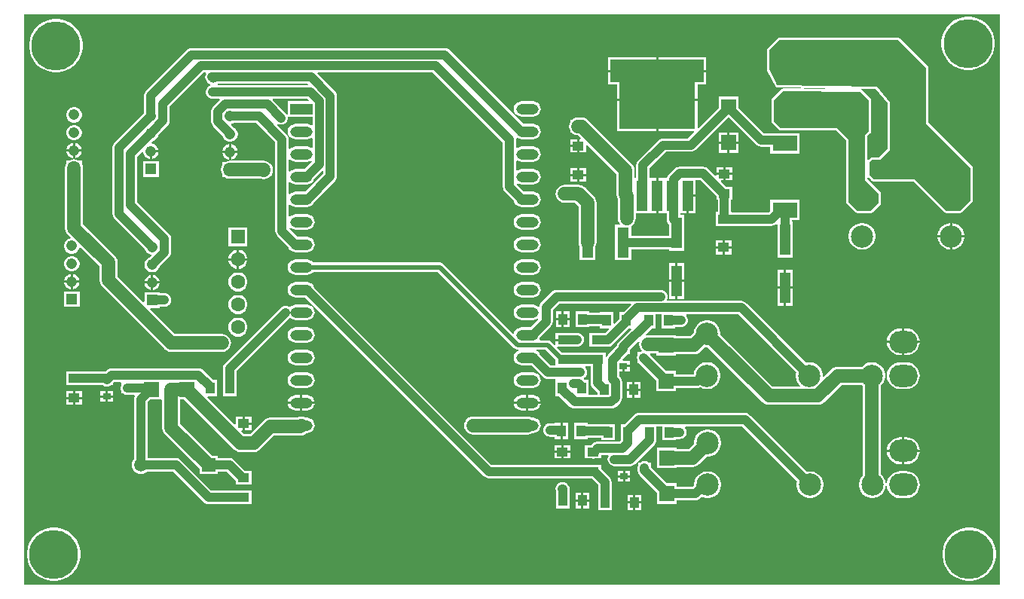
<source format=gtl>
G04*
G04 #@! TF.GenerationSoftware,Altium Limited,Altium Designer,23.1.1 (15)*
G04*
G04 Layer_Physical_Order=1*
G04 Layer_Color=255*
%FSLAX44Y44*%
%MOMM*%
G71*
G04*
G04 #@! TF.SameCoordinates,30CF7A92-77B0-4B7A-85BE-2C256DE05FD5*
G04*
G04*
G04 #@! TF.FilePolarity,Positive*
G04*
G01*
G75*
%ADD23R,1.0000X1.3000*%
%ADD24R,1.3000X1.0000*%
%ADD25R,1.0000X1.2000*%
%ADD26R,1.2000X3.5000*%
%ADD27R,1.7000X1.8000*%
%ADD28R,0.9000X0.7000*%
%ADD29R,2.8000X1.8000*%
%ADD30R,1.3000X1.1000*%
%ADD31R,1.3000X3.4000*%
%ADD32R,1.8000X1.7000*%
%ADD33R,1.2000X3.5000*%
%ADD34R,10.5000X2.5000*%
%ADD35R,8.5000X6.5000*%
%ADD65C,1.5000*%
%ADD66C,1.0000*%
%ADD67C,0.5000*%
%ADD68O,4.5000X2.5000*%
%ADD69O,2.5000X4.5000*%
%ADD70O,2.5000X5.0000*%
%ADD71C,2.5000*%
%ADD72O,2.5000X1.2000*%
%ADD73R,2.5000X1.2000*%
%ADD74C,1.6000*%
%ADD75R,1.6000X1.6000*%
%ADD76C,1.2080*%
%ADD77R,1.2080X1.2080*%
%ADD78C,5.5000*%
%ADD79C,1.5000*%
%ADD80R,1.5000X1.5000*%
%ADD81O,3.2000X2.5000*%
%ADD82C,1.0000*%
%ADD83C,0.8000*%
G36*
X1096010Y1270D02*
X0D01*
Y642620D01*
X1096010D01*
Y1270D01*
D02*
G37*
%LPC*%
G36*
X766240Y593640D02*
X712470D01*
Y579870D01*
X766240D01*
Y593640D01*
D02*
G37*
G36*
X709930D02*
X656160D01*
Y579870D01*
X709930D01*
Y593640D01*
D02*
G37*
G36*
X1062814Y639640D02*
X1058086D01*
X1053416Y638900D01*
X1048919Y637439D01*
X1044706Y635293D01*
X1040880Y632513D01*
X1037537Y629170D01*
X1034758Y625344D01*
X1032611Y621131D01*
X1031150Y616634D01*
X1030410Y611964D01*
Y607236D01*
X1031150Y602566D01*
X1032611Y598069D01*
X1034758Y593856D01*
X1037537Y590030D01*
X1040880Y586687D01*
X1044706Y583908D01*
X1048919Y581761D01*
X1053416Y580300D01*
X1058086Y579560D01*
X1062814D01*
X1067484Y580300D01*
X1071981Y581761D01*
X1076194Y583908D01*
X1080020Y586687D01*
X1083363Y590030D01*
X1086143Y593856D01*
X1088289Y598069D01*
X1089750Y602566D01*
X1090490Y607236D01*
Y611964D01*
X1089750Y616634D01*
X1088289Y621131D01*
X1086143Y625344D01*
X1083363Y629170D01*
X1080020Y632513D01*
X1076194Y635293D01*
X1071981Y637439D01*
X1067484Y638900D01*
X1062814Y639640D01*
D02*
G37*
G36*
X37924Y637100D02*
X33196D01*
X28526Y636360D01*
X24029Y634899D01*
X19816Y632752D01*
X15990Y629973D01*
X12647Y626630D01*
X9868Y622804D01*
X7721Y618591D01*
X6260Y614094D01*
X5520Y609424D01*
Y604696D01*
X6260Y600026D01*
X7721Y595529D01*
X9868Y591316D01*
X12647Y587490D01*
X15990Y584147D01*
X19816Y581367D01*
X24029Y579221D01*
X28526Y577760D01*
X33196Y577020D01*
X37924D01*
X42594Y577760D01*
X47091Y579221D01*
X51304Y581367D01*
X55130Y584147D01*
X58473Y587490D01*
X61252Y591316D01*
X63399Y595529D01*
X64860Y600026D01*
X65600Y604696D01*
Y609424D01*
X64860Y614094D01*
X63399Y618591D01*
X61252Y622804D01*
X58473Y626630D01*
X55130Y629973D01*
X51304Y632752D01*
X47091Y634899D01*
X42594Y636360D01*
X37924Y637100D01*
D02*
G37*
G36*
X981710Y616000D02*
X848360D01*
X847369Y615803D01*
X846529Y615241D01*
X835139Y603851D01*
X834859Y603433D01*
X834580Y603018D01*
X834580Y603014D01*
X834577Y603011D01*
X834479Y602517D01*
X834380Y602028D01*
X834312Y580277D01*
X834332Y580173D01*
X834320Y580067D01*
X834429Y579680D01*
X834506Y579286D01*
X834565Y579197D01*
X834594Y579095D01*
X839702Y569056D01*
X843410Y561769D01*
X843648Y561466D01*
X843857Y561142D01*
X843958Y561072D01*
X844035Y560975D01*
X844371Y560786D01*
X844688Y560567D01*
X844808Y560541D01*
X844916Y560481D01*
X845299Y560435D01*
X845675Y560354D01*
X899693Y559469D01*
X899674Y558199D01*
X852206Y558849D01*
X852188Y558846D01*
X852170Y558850D01*
X851691Y558755D01*
X851212Y558666D01*
X851197Y558656D01*
X851179Y558653D01*
X850774Y558382D01*
X850364Y558116D01*
X850354Y558101D01*
X850339Y558091D01*
X846628Y554380D01*
X846170D01*
Y553923D01*
X840179Y547931D01*
X839617Y547091D01*
X839420Y546100D01*
Y521970D01*
X839617Y520979D01*
X840179Y520139D01*
X847799Y512519D01*
X848639Y511957D01*
X849630Y511760D01*
X912057D01*
X923240Y500577D01*
Y431800D01*
X923437Y430809D01*
X923999Y429969D01*
X934159Y419809D01*
X934999Y419247D01*
X935990Y419050D01*
X951230D01*
X952221Y419247D01*
X953061Y419809D01*
X961951Y428699D01*
X962513Y429539D01*
X962710Y430530D01*
Y440690D01*
X962513Y441681D01*
X961951Y442521D01*
X947470Y457003D01*
Y458678D01*
X948740Y459110D01*
X951425Y455621D01*
X951552Y455509D01*
X951646Y455369D01*
X951929Y455180D01*
X952185Y454955D01*
X952346Y454901D01*
X952486Y454807D01*
X952820Y454741D01*
X953143Y454632D01*
X953311Y454643D01*
X953477Y454610D01*
X999687D01*
X1034489Y419809D01*
X1035329Y419247D01*
X1036320Y419050D01*
X1051560D01*
X1052551Y419247D01*
X1053391Y419809D01*
X1064821Y431239D01*
X1065383Y432079D01*
X1065580Y433070D01*
Y469900D01*
X1065383Y470891D01*
X1064821Y471731D01*
X1016050Y520503D01*
Y581660D01*
X1015853Y582651D01*
X1015291Y583491D01*
X983541Y615241D01*
X982701Y615803D01*
X981710Y616000D01*
D02*
G37*
G36*
X766240Y577330D02*
X656160D01*
Y563560D01*
X666160D01*
Y547370D01*
X756240D01*
Y563560D01*
X766240D01*
Y577330D01*
D02*
G37*
G36*
X571650Y544554D02*
X558650D01*
X556421Y544260D01*
X554343Y543400D01*
X552559Y542031D01*
X551190Y540247D01*
X550330Y538169D01*
X550036Y535940D01*
X550330Y533711D01*
X551190Y531633D01*
X552559Y529849D01*
X554343Y528480D01*
X556421Y527620D01*
X558650Y527326D01*
X571650D01*
X573879Y527620D01*
X575957Y528480D01*
X577741Y529849D01*
X579110Y531633D01*
X579970Y533711D01*
X580264Y535940D01*
X579970Y538169D01*
X579110Y540247D01*
X577741Y542031D01*
X575957Y543400D01*
X573879Y544260D01*
X571650Y544554D01*
D02*
G37*
G36*
X57010Y537850D02*
X54750D01*
X52568Y537265D01*
X50612Y536136D01*
X49014Y534538D01*
X47885Y532582D01*
X47300Y530400D01*
Y528140D01*
X47885Y525958D01*
X49014Y524002D01*
X50612Y522404D01*
X52568Y521275D01*
X54750Y520690D01*
X57010D01*
X59192Y521275D01*
X61148Y522404D01*
X62746Y524002D01*
X63875Y525958D01*
X64460Y528140D01*
Y530400D01*
X63875Y532582D01*
X62746Y534538D01*
X61148Y536136D01*
X59192Y537265D01*
X57010Y537850D01*
D02*
G37*
G36*
X802250Y549700D02*
X780170D01*
Y537375D01*
X757413Y514618D01*
X756240Y515104D01*
Y544830D01*
X712470D01*
Y511060D01*
X752196D01*
X752682Y509887D01*
X745734Y502940D01*
X717585D01*
X715616Y502681D01*
X713782Y501921D01*
X712207Y500712D01*
X689822Y478328D01*
X688614Y476753D01*
X687854Y474918D01*
X687595Y472950D01*
Y458386D01*
X685827D01*
Y466758D01*
X685827Y466759D01*
X685482Y469380D01*
X684470Y471822D01*
X682861Y473919D01*
X633159Y523621D01*
X631062Y525230D01*
X628620Y526242D01*
X625999Y526587D01*
X625998Y526587D01*
X622300D01*
X619679Y526242D01*
X617237Y525230D01*
X615634Y524000D01*
X613260D01*
Y520871D01*
X612518Y519081D01*
X612173Y516460D01*
X612518Y513839D01*
X613260Y512049D01*
Y508920D01*
X615634D01*
X617237Y507690D01*
X619679Y506678D01*
X621729Y506409D01*
X624964Y503173D01*
X624478Y502000D01*
X623570D01*
Y494460D01*
Y486920D01*
X631340D01*
Y495138D01*
X632513Y495624D01*
X665573Y462564D01*
Y439846D01*
X665573Y439846D01*
X665919Y437225D01*
X666783Y435137D01*
Y413120D01*
X667128Y410499D01*
X668140Y408057D01*
X669035Y406890D01*
X668409Y405620D01*
X663740D01*
Y366540D01*
X681820D01*
Y378475D01*
X724250D01*
Y376530D01*
X741330D01*
Y416610D01*
X736805D01*
Y418306D01*
X743930D01*
Y438346D01*
X745200D01*
Y439616D01*
X753740D01*
Y455781D01*
X759744D01*
X777620Y437905D01*
Y433580D01*
X779055D01*
Y420280D01*
X776618D01*
Y404200D01*
X794698D01*
Y404635D01*
X839710D01*
X841678Y404894D01*
X843513Y405654D01*
X844900Y406718D01*
X846170Y406390D01*
Y368910D01*
X863250D01*
Y408990D01*
X862315D01*
Y410700D01*
X871250D01*
Y433780D01*
X838170D01*
Y421455D01*
X836560Y419845D01*
X794698D01*
Y420280D01*
X794265D01*
Y433580D01*
X795700D01*
Y448660D01*
X788375D01*
X782628Y454407D01*
X783114Y455580D01*
X785390D01*
Y461850D01*
X777620D01*
Y461074D01*
X776447Y460588D01*
X768271Y468764D01*
X766696Y469972D01*
X764862Y470732D01*
X762894Y470991D01*
X736077D01*
X734109Y470732D01*
X732274Y469972D01*
X730699Y468764D01*
X723822Y461887D01*
X722614Y460312D01*
X721854Y458478D01*
X721842Y458386D01*
X712470D01*
Y438346D01*
Y418306D01*
X721595D01*
Y411660D01*
X721854Y409692D01*
X722077Y409155D01*
X722614Y407858D01*
X723822Y406282D01*
X724250Y405855D01*
Y393685D01*
X681820D01*
Y404287D01*
X681973Y404350D01*
X684071Y405959D01*
X685680Y408057D01*
X686692Y410499D01*
X687037Y413120D01*
Y418306D01*
X709930D01*
Y438346D01*
Y458386D01*
X702805D01*
Y469800D01*
X720735Y487730D01*
X748885D01*
X750853Y487989D01*
X752687Y488748D01*
X754262Y489957D01*
X790430Y526125D01*
X791990D01*
X822252Y495862D01*
X823828Y494654D01*
X825662Y493894D01*
X827630Y493635D01*
X838170D01*
Y485700D01*
X871250D01*
Y508780D01*
X851204D01*
X850710Y508845D01*
X830780D01*
X802250Y537375D01*
Y549700D01*
D02*
G37*
G36*
X709930Y544830D02*
X666160D01*
Y511060D01*
X709930D01*
Y544830D01*
D02*
G37*
G36*
X472290Y604505D02*
X187960D01*
X185992Y604246D01*
X184158Y603486D01*
X182582Y602278D01*
X136862Y556558D01*
X135654Y554982D01*
X134894Y553148D01*
X134635Y551180D01*
Y532308D01*
X134245Y531632D01*
X134043Y530878D01*
X101302Y498138D01*
X100094Y496562D01*
X99334Y494728D01*
X99075Y492760D01*
Y417830D01*
X99334Y415862D01*
X100094Y414027D01*
X101302Y412452D01*
X135313Y378442D01*
X135515Y377688D01*
X136644Y375732D01*
X138242Y374134D01*
X140198Y373005D01*
X142380Y372420D01*
X142515D01*
X143001Y371247D01*
X140952Y369197D01*
X140198Y368995D01*
X138242Y367866D01*
X136644Y366268D01*
X135515Y364312D01*
X134930Y362130D01*
Y359870D01*
X135515Y357688D01*
X136644Y355732D01*
X138242Y354134D01*
X140198Y353005D01*
X142380Y352420D01*
X144640D01*
X146822Y353005D01*
X148778Y354134D01*
X150376Y355732D01*
X151505Y357688D01*
X151707Y358442D01*
X162468Y369202D01*
X163676Y370778D01*
X164436Y372612D01*
X164695Y374580D01*
Y390280D01*
X164436Y392248D01*
X163676Y394082D01*
X162468Y395658D01*
X126985Y431140D01*
Y482310D01*
X132487Y487812D01*
X133660Y487326D01*
Y487190D01*
X134245Y485008D01*
X135374Y483052D01*
X136972Y481454D01*
X138928Y480325D01*
X140970Y479778D01*
Y488320D01*
X142240D01*
Y489590D01*
X150782D01*
X150235Y491632D01*
X149106Y493588D01*
X147508Y495186D01*
X145552Y496315D01*
X143370Y496900D01*
X143235D01*
X142748Y498073D01*
X144798Y500123D01*
X145552Y500325D01*
X147508Y501454D01*
X149106Y503052D01*
X150235Y505008D01*
X150728Y506848D01*
X161197Y517317D01*
X162406Y518893D01*
X163166Y520727D01*
X163425Y522695D01*
Y538750D01*
X201430Y576755D01*
X203675D01*
X203802Y576499D01*
X204177Y575485D01*
X203474Y573788D01*
X203215Y571820D01*
X203474Y569852D01*
X204234Y568018D01*
X205442Y566442D01*
X205672Y566266D01*
X206056Y565600D01*
X207460Y564197D01*
X208742Y563456D01*
X208830Y562703D01*
X208677Y562087D01*
X208414Y562016D01*
X207982Y561767D01*
X207522Y561576D01*
X207127Y561273D01*
X206695Y561023D01*
X206342Y560671D01*
X205947Y560368D01*
X205644Y559972D01*
X205291Y559620D01*
X205042Y559188D01*
X204738Y558792D01*
X204548Y558332D01*
X204298Y557900D01*
X204169Y557419D01*
X203979Y556958D01*
X203913Y556464D01*
X203785Y555983D01*
Y555484D01*
X203719Y554990D01*
X203785Y554496D01*
Y553997D01*
X203913Y553516D01*
X203979Y553022D01*
X204169Y552561D01*
X204298Y552080D01*
X204548Y551648D01*
X204738Y551188D01*
X205042Y550792D01*
X205291Y550360D01*
X205644Y550008D01*
X205947Y549612D01*
X206342Y549309D01*
X206695Y548956D01*
X207127Y548707D01*
X207522Y548404D01*
X207982Y548213D01*
X208414Y547964D01*
X208896Y547835D01*
X209356Y547644D01*
X209851Y547579D01*
X210332Y547450D01*
X210830D01*
X211325Y547385D01*
X219089D01*
X219615Y546115D01*
X212182Y538683D01*
X210974Y537108D01*
X210214Y535273D01*
X209955Y533305D01*
Y521823D01*
X210214Y519855D01*
X210974Y518020D01*
X212182Y516445D01*
X222737Y505891D01*
X223145Y504368D01*
X224274Y502412D01*
X225872Y500814D01*
X227828Y499685D01*
X230010Y499100D01*
X232270D01*
X234452Y499685D01*
X236408Y500814D01*
X238006Y502412D01*
X239135Y504368D01*
X239720Y506550D01*
Y508810D01*
X239135Y510992D01*
X238006Y512948D01*
X236408Y514546D01*
X234478Y515660D01*
X232214Y517924D01*
X232715Y519219D01*
X234452Y519685D01*
X235128Y520075D01*
X260380D01*
X281955Y498500D01*
Y398630D01*
X282214Y396662D01*
X282974Y394827D01*
X284182Y393252D01*
X296475Y380960D01*
X297190Y379233D01*
X298559Y377449D01*
X300343Y376080D01*
X302421Y375220D01*
X304650Y374926D01*
X317650D01*
X319879Y375220D01*
X321957Y376080D01*
X323741Y377449D01*
X325110Y379233D01*
X325970Y381311D01*
X326264Y383540D01*
X325970Y385769D01*
X325110Y387847D01*
X323741Y389631D01*
X321957Y391000D01*
X319879Y391860D01*
X317650Y392154D01*
X306791D01*
X297568Y401378D01*
X297667Y402010D01*
X297714Y402054D01*
X299027Y402490D01*
X300343Y401480D01*
X302421Y400620D01*
X304650Y400326D01*
X317650D01*
X319879Y400620D01*
X321957Y401480D01*
X323741Y402849D01*
X325110Y404633D01*
X325970Y406711D01*
X326264Y408940D01*
X325970Y411169D01*
X325110Y413247D01*
X323741Y415031D01*
X321957Y416400D01*
X319879Y417260D01*
X317650Y417554D01*
X304650D01*
X302421Y417260D01*
X300343Y416400D01*
X298559Y415031D01*
X298435Y414869D01*
X297165Y415300D01*
Y427980D01*
X298435Y428411D01*
X298559Y428249D01*
X300343Y426880D01*
X302421Y426020D01*
X304650Y425726D01*
X317650D01*
X319879Y426020D01*
X321957Y426880D01*
X323741Y428249D01*
X325110Y430033D01*
X325825Y431760D01*
X349108Y455042D01*
X350316Y456618D01*
X351076Y458452D01*
X351335Y460420D01*
Y550257D01*
X351076Y552226D01*
X350631Y553300D01*
X350316Y554060D01*
X349108Y555635D01*
X329161Y575582D01*
X329647Y576755D01*
X458970D01*
X537505Y498220D01*
Y448421D01*
X537764Y446453D01*
X538524Y444619D01*
X539732Y443044D01*
X550279Y432497D01*
X550330Y432111D01*
X551190Y430033D01*
X552559Y428249D01*
X554343Y426880D01*
X556421Y426020D01*
X558650Y425726D01*
X571650D01*
X573879Y426020D01*
X575957Y426880D01*
X577741Y428249D01*
X579110Y430033D01*
X579970Y432111D01*
X580264Y434340D01*
X579970Y436569D01*
X579110Y438647D01*
X577741Y440431D01*
X575957Y441800D01*
X573879Y442660D01*
X571650Y442954D01*
X561333D01*
X553313Y450973D01*
X553379Y451419D01*
X553653Y451664D01*
X554764Y452106D01*
X556421Y451420D01*
X558650Y451126D01*
X571650D01*
X573879Y451420D01*
X575957Y452280D01*
X577741Y453649D01*
X579110Y455433D01*
X579970Y457511D01*
X580264Y459740D01*
X579970Y461969D01*
X579110Y464047D01*
X577741Y465831D01*
X575957Y467200D01*
X573879Y468060D01*
X571650Y468354D01*
X558650D01*
X556421Y468060D01*
X554343Y467200D01*
X553854Y466824D01*
X552715Y467386D01*
Y477494D01*
X553854Y478056D01*
X554343Y477680D01*
X556421Y476820D01*
X558650Y476526D01*
X571650D01*
X573879Y476820D01*
X575957Y477680D01*
X577741Y479049D01*
X579110Y480833D01*
X579970Y482911D01*
X580264Y485140D01*
X579970Y487369D01*
X579110Y489447D01*
X577741Y491231D01*
X575957Y492600D01*
X573879Y493460D01*
X571650Y493754D01*
X558650D01*
X556421Y493460D01*
X554343Y492600D01*
X553854Y492224D01*
X552715Y492786D01*
Y501370D01*
X552516Y502882D01*
X553655Y503609D01*
X554343Y503080D01*
X556421Y502220D01*
X558650Y501926D01*
X571650D01*
X573879Y502220D01*
X575957Y503080D01*
X577741Y504449D01*
X579110Y506233D01*
X579970Y508311D01*
X580264Y510540D01*
X579970Y512769D01*
X579110Y514847D01*
X577741Y516631D01*
X575957Y518000D01*
X573879Y518860D01*
X571650Y519154D01*
X560792D01*
X477668Y602278D01*
X476092Y603486D01*
X474258Y604246D01*
X472290Y604505D01*
D02*
G37*
G36*
X57010Y517850D02*
X54750D01*
X52568Y517265D01*
X50612Y516136D01*
X49014Y514538D01*
X47885Y512582D01*
X47300Y510400D01*
Y508140D01*
X47885Y505958D01*
X49014Y504002D01*
X50612Y502404D01*
X52568Y501275D01*
X54750Y500690D01*
X57010D01*
X59192Y501275D01*
X61148Y502404D01*
X62746Y504002D01*
X63875Y505958D01*
X64460Y508140D01*
Y510400D01*
X63875Y512582D01*
X62746Y514538D01*
X61148Y516136D01*
X59192Y517265D01*
X57010Y517850D01*
D02*
G37*
G36*
X802250Y509700D02*
X792480D01*
Y499430D01*
X802250D01*
Y509700D01*
D02*
G37*
G36*
X789940D02*
X780170D01*
Y499430D01*
X789940D01*
Y509700D01*
D02*
G37*
G36*
X621030Y502000D02*
X613260D01*
Y495730D01*
X621030D01*
Y502000D01*
D02*
G37*
G36*
X57150Y497812D02*
Y490540D01*
X64422D01*
X63875Y492582D01*
X62746Y494538D01*
X61148Y496136D01*
X59192Y497265D01*
X57150Y497812D01*
D02*
G37*
G36*
X54610Y497812D02*
X52568Y497265D01*
X50612Y496136D01*
X49014Y494538D01*
X47885Y492582D01*
X47338Y490540D01*
X54610D01*
Y497812D01*
D02*
G37*
G36*
X232410Y496222D02*
Y488950D01*
X239682D01*
X239135Y490992D01*
X238006Y492948D01*
X236408Y494546D01*
X234452Y495675D01*
X232410Y496222D01*
D02*
G37*
G36*
X229870D02*
X227828Y495675D01*
X225872Y494546D01*
X224274Y492948D01*
X223145Y490992D01*
X222598Y488950D01*
X229870D01*
Y496222D01*
D02*
G37*
G36*
X621030Y493190D02*
X613260D01*
Y486920D01*
X621030D01*
Y493190D01*
D02*
G37*
G36*
X802250Y496890D02*
X792480D01*
Y486620D01*
X802250D01*
Y496890D01*
D02*
G37*
G36*
X789940D02*
X780170D01*
Y486620D01*
X789940D01*
Y496890D01*
D02*
G37*
G36*
X64422Y488000D02*
X57150D01*
Y480728D01*
X59192Y481275D01*
X61148Y482404D01*
X62746Y484002D01*
X63875Y485958D01*
X64422Y488000D01*
D02*
G37*
G36*
X54610D02*
X47338D01*
X47885Y485958D01*
X49014Y484002D01*
X50612Y482404D01*
X52568Y481275D01*
X54610Y480728D01*
Y488000D01*
D02*
G37*
G36*
X150782Y487050D02*
X143510D01*
Y479778D01*
X145552Y480325D01*
X147508Y481454D01*
X149106Y483052D01*
X150235Y485008D01*
X150782Y487050D01*
D02*
G37*
G36*
X239682Y486410D02*
X232410D01*
Y479138D01*
X234452Y479685D01*
X236408Y480814D01*
X238006Y482412D01*
X239135Y484368D01*
X239682Y486410D01*
D02*
G37*
G36*
X229870D02*
X222598D01*
X223145Y484368D01*
X224274Y482412D01*
X225872Y480814D01*
X227828Y479685D01*
X229870Y479138D01*
Y486410D01*
D02*
G37*
G36*
X795700Y470660D02*
X787930D01*
Y464390D01*
X795700D01*
Y470660D01*
D02*
G37*
G36*
X785390D02*
X777620D01*
Y464390D01*
X785390D01*
Y470660D01*
D02*
G37*
G36*
X631340Y469390D02*
X623570D01*
Y463120D01*
X631340D01*
Y469390D01*
D02*
G37*
G36*
X621030D02*
X613260D01*
Y463120D01*
X621030D01*
Y469390D01*
D02*
G37*
G36*
X150820Y476900D02*
X133660D01*
Y459740D01*
X150820D01*
Y476900D01*
D02*
G37*
G36*
X268920Y477807D02*
X268920Y477807D01*
X231140D01*
X228519Y477462D01*
X226077Y476450D01*
X225829Y476260D01*
X222560D01*
Y472991D01*
X222370Y472743D01*
X221358Y470301D01*
X221013Y467680D01*
X221358Y465059D01*
X222370Y462617D01*
X222560Y462369D01*
Y459100D01*
X225829D01*
X226077Y458910D01*
X228519Y457898D01*
X231140Y457553D01*
X266809D01*
X269240Y457233D01*
X271861Y457578D01*
X274303Y458590D01*
X276401Y460199D01*
X278010Y462297D01*
X279022Y464739D01*
X279367Y467360D01*
X279022Y469981D01*
X278010Y472423D01*
X276401Y474521D01*
X276081Y474841D01*
X273983Y476450D01*
X271541Y477462D01*
X271236Y477502D01*
X268920Y477807D01*
D02*
G37*
G36*
X795700Y461850D02*
X787930D01*
Y455580D01*
X795700D01*
Y461850D01*
D02*
G37*
G36*
X631340Y460580D02*
X623570D01*
Y454310D01*
X631340D01*
Y460580D01*
D02*
G37*
G36*
X621030D02*
X613260D01*
Y454310D01*
X621030D01*
Y460580D01*
D02*
G37*
G36*
X753740Y437076D02*
X746470D01*
Y418306D01*
X753740D01*
Y437076D01*
D02*
G37*
G36*
X571650Y417554D02*
X558650D01*
X556421Y417260D01*
X554343Y416400D01*
X552559Y415031D01*
X551190Y413247D01*
X550330Y411169D01*
X550036Y408940D01*
X550330Y406711D01*
X551190Y404633D01*
X552559Y402849D01*
X554343Y401480D01*
X556421Y400620D01*
X558650Y400326D01*
X571650D01*
X573879Y400620D01*
X575957Y401480D01*
X577741Y402849D01*
X579110Y404633D01*
X579970Y406711D01*
X580264Y408940D01*
X579970Y411169D01*
X579110Y413247D01*
X577741Y415031D01*
X575957Y416400D01*
X573879Y417260D01*
X571650Y417554D01*
D02*
G37*
G36*
X1042781Y407830D02*
X1042570D01*
Y394060D01*
X1056340D01*
Y394271D01*
X1055762Y397177D01*
X1054628Y399914D01*
X1052982Y402377D01*
X1050888Y404472D01*
X1048424Y406118D01*
X1045687Y407252D01*
X1042781Y407830D01*
D02*
G37*
G36*
X1040030D02*
X1039819D01*
X1036913Y407252D01*
X1034176Y406118D01*
X1031713Y404472D01*
X1029618Y402377D01*
X1027972Y399914D01*
X1026838Y397177D01*
X1026260Y394271D01*
Y394060D01*
X1040030D01*
Y407830D01*
D02*
G37*
G36*
X250570Y402970D02*
X229490D01*
Y381890D01*
X250570D01*
Y402970D01*
D02*
G37*
G36*
X794698Y388280D02*
X786928D01*
Y381510D01*
X794698D01*
Y388280D01*
D02*
G37*
G36*
X784388D02*
X776618D01*
Y381510D01*
X784388D01*
Y388280D01*
D02*
G37*
G36*
X1056340Y391520D02*
X1042570D01*
Y377750D01*
X1042781D01*
X1045687Y378328D01*
X1048424Y379462D01*
X1050888Y381108D01*
X1052982Y383203D01*
X1054628Y385666D01*
X1055762Y388403D01*
X1056340Y391309D01*
Y391520D01*
D02*
G37*
G36*
X1040030D02*
X1026260D01*
Y391309D01*
X1026838Y388403D01*
X1027972Y385666D01*
X1029618Y383203D01*
X1031713Y381108D01*
X1034176Y379462D01*
X1036913Y378328D01*
X1039819Y377750D01*
X1040030D01*
Y391520D01*
D02*
G37*
G36*
X942781Y407830D02*
X939819D01*
X936913Y407252D01*
X934176Y406118D01*
X931713Y404472D01*
X929618Y402377D01*
X927972Y399914D01*
X926838Y397177D01*
X926260Y394271D01*
Y391309D01*
X926838Y388403D01*
X927972Y385666D01*
X929618Y383203D01*
X931713Y381108D01*
X934176Y379462D01*
X936913Y378328D01*
X939819Y377750D01*
X942781D01*
X945687Y378328D01*
X948424Y379462D01*
X950888Y381108D01*
X952982Y383203D01*
X954628Y385666D01*
X955762Y388403D01*
X956340Y391309D01*
Y394271D01*
X955762Y397177D01*
X954628Y399914D01*
X952982Y402377D01*
X950888Y404472D01*
X948424Y406118D01*
X945687Y407252D01*
X942781Y407830D01*
D02*
G37*
G36*
X571650Y392154D02*
X558650D01*
X556421Y391860D01*
X554343Y391000D01*
X552559Y389631D01*
X551190Y387847D01*
X550330Y385769D01*
X550036Y383540D01*
X550330Y381311D01*
X551190Y379233D01*
X552559Y377449D01*
X554343Y376080D01*
X556421Y375220D01*
X558650Y374926D01*
X571650D01*
X573879Y375220D01*
X575957Y376080D01*
X577741Y377449D01*
X579110Y379233D01*
X579970Y381311D01*
X580264Y383540D01*
X579970Y385769D01*
X579110Y387847D01*
X577741Y389631D01*
X575957Y391000D01*
X573879Y391860D01*
X571650Y392154D01*
D02*
G37*
G36*
X794698Y378970D02*
X786928D01*
Y372200D01*
X794698D01*
Y378970D01*
D02*
G37*
G36*
X784388D02*
X776618D01*
Y372200D01*
X784388D01*
Y378970D01*
D02*
G37*
G36*
X241418Y377570D02*
X241300D01*
Y368300D01*
X250570D01*
Y368418D01*
X249852Y371098D01*
X248464Y373502D01*
X246502Y375464D01*
X244098Y376852D01*
X241418Y377570D01*
D02*
G37*
G36*
X238760D02*
X238642D01*
X235962Y376852D01*
X233558Y375464D01*
X231596Y373502D01*
X230208Y371098D01*
X229490Y368418D01*
Y368300D01*
X238760D01*
Y377570D01*
D02*
G37*
G36*
X621460Y450817D02*
X621460Y450817D01*
X607060D01*
X604439Y450472D01*
X601997Y449460D01*
X599899Y447851D01*
X598290Y445753D01*
X597278Y443311D01*
X597145Y442299D01*
X596980Y441683D01*
Y441044D01*
X596933Y440690D01*
X596980Y440336D01*
Y439697D01*
X597145Y439081D01*
X597278Y438069D01*
X598290Y435627D01*
X599899Y433529D01*
X601997Y431920D01*
X604439Y430908D01*
X607060Y430563D01*
X618484D01*
X618964Y430364D01*
X622653Y426675D01*
Y386080D01*
X622998Y383459D01*
X623740Y381669D01*
Y366540D01*
X641820D01*
Y381669D01*
X642562Y383459D01*
X642907Y386080D01*
Y430870D01*
X642562Y433491D01*
X641550Y435933D01*
X639941Y438031D01*
X639940Y438031D01*
X631340Y446631D01*
Y447390D01*
X630466D01*
X628863Y448620D01*
X626421Y449632D01*
X625964Y449692D01*
X624081Y450472D01*
X623776Y450512D01*
X621460Y450817D01*
D02*
G37*
G36*
X250570Y365760D02*
X241300D01*
Y356490D01*
X241418D01*
X244098Y357208D01*
X246502Y358596D01*
X248464Y360558D01*
X249852Y362962D01*
X250570Y365642D01*
Y365760D01*
D02*
G37*
G36*
X238760D02*
X229490D01*
Y365642D01*
X230208Y362962D01*
X231596Y360558D01*
X233558Y358596D01*
X235962Y357208D01*
X238642Y356490D01*
X238760D01*
Y365760D01*
D02*
G37*
G36*
X54470Y370530D02*
X52210D01*
X50028Y369945D01*
X48072Y368816D01*
X46474Y367218D01*
X45345Y365262D01*
X44760Y363080D01*
Y360820D01*
X45345Y358638D01*
X46474Y356682D01*
X48072Y355084D01*
X50028Y353955D01*
X52210Y353370D01*
X54470D01*
X56652Y353955D01*
X58608Y355084D01*
X60206Y356682D01*
X61335Y358638D01*
X61920Y360820D01*
Y363080D01*
X61335Y365262D01*
X60206Y367218D01*
X58608Y368816D01*
X56652Y369945D01*
X54470Y370530D01*
D02*
G37*
G36*
X571650Y366754D02*
X558650D01*
X556421Y366460D01*
X554343Y365600D01*
X552559Y364231D01*
X551190Y362447D01*
X550330Y360369D01*
X550036Y358140D01*
X550330Y355911D01*
X551190Y353833D01*
X552559Y352049D01*
X554343Y350680D01*
X556421Y349820D01*
X558650Y349526D01*
X571650D01*
X573879Y349820D01*
X575957Y350680D01*
X577741Y352049D01*
X579110Y353833D01*
X579970Y355911D01*
X580264Y358140D01*
X579970Y360369D01*
X579110Y362447D01*
X577741Y364231D01*
X575957Y365600D01*
X573879Y366460D01*
X571650Y366754D01*
D02*
G37*
G36*
X741330Y362610D02*
X734060D01*
Y343840D01*
X741330D01*
Y362610D01*
D02*
G37*
G36*
X731520D02*
X724250D01*
Y343840D01*
X731520D01*
Y362610D01*
D02*
G37*
G36*
X54610Y350492D02*
Y343220D01*
X61882D01*
X61335Y345262D01*
X60206Y347218D01*
X58608Y348816D01*
X56652Y349945D01*
X54610Y350492D01*
D02*
G37*
G36*
X52070D02*
X50028Y349945D01*
X48072Y348816D01*
X46474Y347218D01*
X45345Y345262D01*
X44798Y343220D01*
X52070D01*
Y350492D01*
D02*
G37*
G36*
X144780Y349542D02*
Y342270D01*
X152052D01*
X151505Y344312D01*
X150376Y346268D01*
X148778Y347866D01*
X146822Y348995D01*
X144780Y349542D01*
D02*
G37*
G36*
X142240D02*
X140198Y348995D01*
X138242Y347866D01*
X136644Y346268D01*
X135515Y344312D01*
X134968Y342270D01*
X142240D01*
Y349542D01*
D02*
G37*
G36*
X863250Y354990D02*
X855980D01*
Y336220D01*
X863250D01*
Y354990D01*
D02*
G37*
G36*
X853440D02*
X846170D01*
Y336220D01*
X853440D01*
Y354990D01*
D02*
G37*
G36*
X61882Y340680D02*
X54610D01*
Y333408D01*
X56652Y333955D01*
X58608Y335084D01*
X60206Y336682D01*
X61335Y338638D01*
X61882Y340680D01*
D02*
G37*
G36*
X52070D02*
X44798D01*
X45345Y338638D01*
X46474Y336682D01*
X48072Y335084D01*
X50028Y333955D01*
X52070Y333408D01*
Y340680D01*
D02*
G37*
G36*
X142240Y339730D02*
X134968D01*
X135515Y337688D01*
X136644Y335732D01*
X138242Y334134D01*
X140198Y333005D01*
X142240Y332458D01*
Y339730D01*
D02*
G37*
G36*
X152052D02*
X144780D01*
Y332458D01*
X146822Y333005D01*
X148778Y334134D01*
X150376Y335732D01*
X151505Y337688D01*
X152052Y339730D01*
D02*
G37*
G36*
X241418Y352170D02*
X238642D01*
X235962Y351452D01*
X233558Y350064D01*
X231596Y348102D01*
X230208Y345698D01*
X229490Y343018D01*
Y340242D01*
X230208Y337562D01*
X231596Y335158D01*
X233558Y333196D01*
X235962Y331808D01*
X238642Y331090D01*
X241418D01*
X244098Y331808D01*
X246502Y333196D01*
X248464Y335158D01*
X249852Y337562D01*
X250570Y340242D01*
Y343018D01*
X249852Y345698D01*
X248464Y348102D01*
X246502Y350064D01*
X244098Y351452D01*
X241418Y352170D01*
D02*
G37*
G36*
X571650Y341354D02*
X558650D01*
X556421Y341060D01*
X554343Y340200D01*
X552559Y338831D01*
X551190Y337047D01*
X550330Y334969D01*
X550036Y332740D01*
X550330Y330511D01*
X551190Y328433D01*
X552559Y326649D01*
X554343Y325280D01*
X556421Y324420D01*
X558650Y324126D01*
X571650D01*
X573879Y324420D01*
X575957Y325280D01*
X577741Y326649D01*
X579110Y328433D01*
X579970Y330511D01*
X580264Y332740D01*
X579970Y334969D01*
X579110Y337047D01*
X577741Y338831D01*
X575957Y340200D01*
X573879Y341060D01*
X571650Y341354D01*
D02*
G37*
G36*
X741330Y341300D02*
X734060D01*
Y322530D01*
X741330D01*
Y341300D01*
D02*
G37*
G36*
X731520D02*
X724250D01*
Y322530D01*
X731520D01*
Y341300D01*
D02*
G37*
G36*
X863250Y333680D02*
X855980D01*
Y314910D01*
X863250D01*
Y333680D01*
D02*
G37*
G36*
X853440D02*
X846170D01*
Y314910D01*
X853440D01*
Y333680D01*
D02*
G37*
G36*
X61920Y330530D02*
X44760D01*
Y313370D01*
X61920D01*
Y330530D01*
D02*
G37*
G36*
X317650Y315954D02*
X304650D01*
X302421Y315660D01*
X300343Y314800D01*
X298559Y313431D01*
X297927Y313347D01*
X297173Y313926D01*
X295338Y314686D01*
X293370Y314945D01*
X291402Y314686D01*
X289568Y313926D01*
X287992Y312718D01*
X225332Y250058D01*
X224124Y248482D01*
X223364Y246648D01*
X223105Y244680D01*
Y222250D01*
X223170Y221756D01*
Y213210D01*
X238250D01*
Y221756D01*
X238315Y222250D01*
Y241530D01*
X298067Y301282D01*
X298559Y301249D01*
X300343Y299880D01*
X302421Y299020D01*
X304650Y298726D01*
X317650D01*
X319879Y299020D01*
X321957Y299880D01*
X323741Y301249D01*
X325110Y303033D01*
X325970Y305111D01*
X326264Y307340D01*
X325970Y309569D01*
X325110Y311647D01*
X323741Y313431D01*
X321957Y314800D01*
X319879Y315660D01*
X317650Y315954D01*
D02*
G37*
G36*
X241418Y326770D02*
X238642D01*
X235962Y326052D01*
X233558Y324664D01*
X231596Y322702D01*
X230208Y320298D01*
X229490Y317618D01*
Y314842D01*
X230208Y312162D01*
X231596Y309758D01*
X233558Y307796D01*
X235962Y306408D01*
X238642Y305690D01*
X241418D01*
X244098Y306408D01*
X246502Y307796D01*
X248464Y309758D01*
X249852Y312162D01*
X250570Y314842D01*
Y317618D01*
X249852Y320298D01*
X248464Y322702D01*
X246502Y324664D01*
X244098Y326052D01*
X241418Y326770D01*
D02*
G37*
G36*
Y301370D02*
X238642D01*
X235962Y300652D01*
X233558Y299264D01*
X231596Y297302D01*
X230208Y294898D01*
X229490Y292218D01*
Y289442D01*
X230208Y286762D01*
X231596Y284358D01*
X233558Y282396D01*
X235962Y281008D01*
X238642Y280290D01*
X241418D01*
X244098Y281008D01*
X246502Y282396D01*
X248464Y284358D01*
X249852Y286762D01*
X250570Y289442D01*
Y292218D01*
X249852Y294898D01*
X248464Y297302D01*
X246502Y299264D01*
X244098Y300652D01*
X241418Y301370D01*
D02*
G37*
G36*
X991000Y289433D02*
X988770D01*
Y275590D01*
X1005988D01*
X1005822Y277268D01*
X1004962Y280103D01*
X1003566Y282716D01*
X1001686Y285006D01*
X999396Y286886D01*
X996783Y288282D01*
X993948Y289142D01*
X991000Y289433D01*
D02*
G37*
G36*
X986230D02*
X984000D01*
X981052Y289142D01*
X978217Y288282D01*
X975604Y286886D01*
X973314Y285006D01*
X971434Y282716D01*
X970038Y280103D01*
X969178Y277268D01*
X969012Y275590D01*
X986230D01*
Y289433D01*
D02*
G37*
G36*
X317650Y290554D02*
X304650D01*
X302421Y290260D01*
X300343Y289400D01*
X298559Y288031D01*
X297190Y286247D01*
X296330Y284169D01*
X296036Y281940D01*
X296330Y279711D01*
X297190Y277633D01*
X298559Y275849D01*
X300343Y274480D01*
X302421Y273620D01*
X304650Y273326D01*
X317650D01*
X319879Y273620D01*
X321957Y274480D01*
X323741Y275849D01*
X325110Y277633D01*
X325970Y279711D01*
X326264Y281940D01*
X325970Y284169D01*
X325110Y286247D01*
X323741Y288031D01*
X321957Y289400D01*
X319879Y290260D01*
X317650Y290554D01*
D02*
G37*
G36*
X55880Y479397D02*
X53259Y479052D01*
X50817Y478040D01*
X50569Y477850D01*
X47300D01*
Y474581D01*
X47110Y474333D01*
X46098Y471891D01*
X45753Y469270D01*
Y402151D01*
X45753Y402150D01*
X46098Y399530D01*
X47110Y397087D01*
X48719Y394990D01*
X51963Y391746D01*
X51558Y390355D01*
X50028Y389945D01*
X48072Y388816D01*
X46474Y387218D01*
X45345Y385262D01*
X44760Y383080D01*
Y380820D01*
X45345Y378638D01*
X46474Y376682D01*
X48072Y375084D01*
X50028Y373955D01*
X52210Y373370D01*
X54470D01*
X56652Y373955D01*
X58608Y375084D01*
X60206Y376682D01*
X61335Y378638D01*
X61745Y380168D01*
X63136Y380573D01*
X84469Y359240D01*
Y343636D01*
X84469Y343636D01*
X84814Y341015D01*
X85826Y338572D01*
X87435Y336475D01*
X158021Y265889D01*
X158021Y265889D01*
X160118Y264280D01*
X162560Y263268D01*
X165181Y262923D01*
X222250D01*
X224871Y263268D01*
X227313Y264280D01*
X229411Y265889D01*
X231020Y267987D01*
X232032Y270429D01*
X232377Y273050D01*
X232032Y275671D01*
X231020Y278113D01*
X229411Y280211D01*
X227313Y281820D01*
X224871Y282832D01*
X222250Y283177D01*
X169376D01*
X141306Y311247D01*
X141792Y312420D01*
X152090D01*
Y313705D01*
X157480D01*
X157974Y313770D01*
X158473D01*
X158954Y313899D01*
X159448Y313964D01*
X159909Y314155D01*
X160390Y314284D01*
X160822Y314533D01*
X161283Y314724D01*
X161678Y315027D01*
X162110Y315277D01*
X162462Y315629D01*
X162858Y315932D01*
X163161Y316328D01*
X163514Y316680D01*
X163763Y317112D01*
X164066Y317507D01*
X164257Y317968D01*
X164506Y318400D01*
X164635Y318881D01*
X164826Y319342D01*
X164891Y319836D01*
X165020Y320317D01*
Y320816D01*
X165085Y321310D01*
X165020Y321804D01*
Y322303D01*
X164891Y322784D01*
X164826Y323278D01*
X164635Y323739D01*
X164506Y324220D01*
X164257Y324652D01*
X164066Y325112D01*
X163763Y325508D01*
X163514Y325940D01*
X163161Y326292D01*
X162858Y326688D01*
X162462Y326991D01*
X162110Y327343D01*
X161678Y327593D01*
X161283Y327896D01*
X160822Y328087D01*
X160390Y328336D01*
X159909Y328465D01*
X159448Y328656D01*
X158954Y328721D01*
X158473Y328850D01*
X157974D01*
X157480Y328915D01*
X152090D01*
Y329580D01*
X134930D01*
Y319282D01*
X133757Y318796D01*
X104722Y347830D01*
Y363435D01*
X104377Y366056D01*
X103366Y368498D01*
X101756Y370596D01*
X101756Y370596D01*
X66007Y406345D01*
Y469270D01*
X65662Y471891D01*
X64650Y474333D01*
X64460Y474581D01*
Y477850D01*
X61191D01*
X60943Y478040D01*
X58501Y479052D01*
X55880Y479397D01*
D02*
G37*
G36*
X1005988Y273050D02*
X988770D01*
Y259207D01*
X991000D01*
X993948Y259498D01*
X996783Y260358D01*
X999396Y261754D01*
X1001686Y263634D01*
X1003566Y265924D01*
X1004962Y268537D01*
X1005822Y271372D01*
X1005988Y273050D01*
D02*
G37*
G36*
X986230D02*
X969012D01*
X969178Y271372D01*
X970038Y268537D01*
X971434Y265924D01*
X973314Y263634D01*
X975604Y261754D01*
X978217Y260358D01*
X981052Y259498D01*
X984000Y259207D01*
X986230D01*
Y273050D01*
D02*
G37*
G36*
X317650Y265154D02*
X304650D01*
X302421Y264860D01*
X300343Y264000D01*
X298559Y262631D01*
X297190Y260847D01*
X296330Y258769D01*
X296036Y256540D01*
X296330Y254311D01*
X297190Y252233D01*
X298559Y250449D01*
X300343Y249080D01*
X302421Y248220D01*
X304650Y247926D01*
X317650D01*
X319879Y248220D01*
X321957Y249080D01*
X323741Y250449D01*
X325110Y252233D01*
X325970Y254311D01*
X326264Y256540D01*
X325970Y258769D01*
X325110Y260847D01*
X323741Y262631D01*
X321957Y264000D01*
X319879Y264860D01*
X317650Y265154D01*
D02*
G37*
G36*
X680070Y245770D02*
X674300D01*
Y241000D01*
X680070D01*
Y245770D01*
D02*
G37*
G36*
X571650Y239754D02*
X558650D01*
X556421Y239460D01*
X554343Y238600D01*
X552559Y237231D01*
X551190Y235447D01*
X550330Y233369D01*
X550036Y231140D01*
X550330Y228911D01*
X551190Y226833D01*
X552559Y225049D01*
X554343Y223680D01*
X556421Y222820D01*
X558650Y222526D01*
X571650D01*
X573879Y222820D01*
X575957Y223680D01*
X577741Y225049D01*
X579110Y226833D01*
X579970Y228911D01*
X580264Y231140D01*
X579970Y233369D01*
X579110Y235447D01*
X577741Y237231D01*
X575957Y238600D01*
X573879Y239460D01*
X571650Y239754D01*
D02*
G37*
G36*
X317650D02*
X304650D01*
X302421Y239460D01*
X300343Y238600D01*
X298559Y237231D01*
X297190Y235447D01*
X296330Y233369D01*
X296036Y231140D01*
X296330Y228911D01*
X297190Y226833D01*
X298559Y225049D01*
X300343Y223680D01*
X302421Y222820D01*
X304650Y222526D01*
X317650D01*
X319879Y222820D01*
X321957Y223680D01*
X323741Y225049D01*
X325110Y226833D01*
X325970Y228911D01*
X326264Y231140D01*
X325970Y233369D01*
X325110Y235447D01*
X323741Y237231D01*
X321957Y238600D01*
X319879Y239460D01*
X317650Y239754D01*
D02*
G37*
G36*
X692060Y228790D02*
X685790D01*
Y221520D01*
X692060D01*
Y228790D01*
D02*
G37*
G36*
X683250D02*
X676980D01*
Y221520D01*
X683250D01*
Y228790D01*
D02*
G37*
G36*
X991000Y251333D02*
X984000D01*
X981052Y251042D01*
X978217Y250182D01*
X975604Y248786D01*
X973314Y246906D01*
X971434Y244616D01*
X970038Y242003D01*
X969178Y239168D01*
X968887Y236220D01*
X969178Y233272D01*
X970038Y230437D01*
X971434Y227824D01*
X973314Y225534D01*
X975604Y223654D01*
X978217Y222258D01*
X981052Y221398D01*
X984000Y221107D01*
X991000D01*
X993948Y221398D01*
X996783Y222258D01*
X999396Y223654D01*
X1001686Y225534D01*
X1003566Y227824D01*
X1004962Y230437D01*
X1005822Y233272D01*
X1006113Y236220D01*
X1005822Y239168D01*
X1004962Y242003D01*
X1003566Y244616D01*
X1001686Y246906D01*
X999396Y248786D01*
X996783Y250182D01*
X993948Y251042D01*
X991000Y251333D01*
D02*
G37*
G36*
X99680Y218790D02*
X93910D01*
Y214020D01*
X99680D01*
Y218790D01*
D02*
G37*
G36*
X91370D02*
X85600D01*
Y214020D01*
X91370D01*
Y218790D01*
D02*
G37*
G36*
X64920D02*
X57150D01*
Y212520D01*
X64920D01*
Y218790D01*
D02*
G37*
G36*
X54610D02*
X46840D01*
Y212520D01*
X54610D01*
Y218790D01*
D02*
G37*
G36*
X692060Y218980D02*
X685790D01*
Y211710D01*
X692060D01*
Y218980D01*
D02*
G37*
G36*
X683250D02*
X676980D01*
Y211710D01*
X683250D01*
Y218980D01*
D02*
G37*
G36*
X571650Y214354D02*
X566420D01*
Y207010D01*
X580097D01*
X579970Y207969D01*
X579110Y210047D01*
X577741Y211831D01*
X575957Y213200D01*
X573879Y214060D01*
X571650Y214354D01*
D02*
G37*
G36*
X563880D02*
X558650D01*
X556421Y214060D01*
X554343Y213200D01*
X552559Y211831D01*
X551190Y210047D01*
X550330Y207969D01*
X550204Y207010D01*
X563880D01*
Y214354D01*
D02*
G37*
G36*
X317650D02*
X312420D01*
Y207010D01*
X326096D01*
X325970Y207969D01*
X325110Y210047D01*
X323741Y211831D01*
X321957Y213200D01*
X319879Y214060D01*
X317650Y214354D01*
D02*
G37*
G36*
X309880D02*
X304650D01*
X302421Y214060D01*
X300343Y213200D01*
X298559Y211831D01*
X297190Y210047D01*
X296330Y207969D01*
X296203Y207010D01*
X309880D01*
Y214354D01*
D02*
G37*
G36*
X99680Y211480D02*
X93910D01*
Y206710D01*
X99680D01*
Y211480D01*
D02*
G37*
G36*
X91370D02*
X85600D01*
Y206710D01*
X91370D01*
Y211480D01*
D02*
G37*
G36*
X64920Y209980D02*
X57150D01*
Y203710D01*
X64920D01*
Y209980D01*
D02*
G37*
G36*
X54610D02*
X46840D01*
Y203710D01*
X54610D01*
Y209980D01*
D02*
G37*
G36*
X580097Y204470D02*
X566420D01*
Y197126D01*
X571650D01*
X573879Y197420D01*
X575957Y198280D01*
X577741Y199649D01*
X579110Y201433D01*
X579970Y203511D01*
X580097Y204470D01*
D02*
G37*
G36*
X563880D02*
X550204D01*
X550330Y203511D01*
X551190Y201433D01*
X552559Y199649D01*
X554343Y198280D01*
X556421Y197420D01*
X558650Y197126D01*
X563880D01*
Y204470D01*
D02*
G37*
G36*
X326096D02*
X312420D01*
Y197126D01*
X317650D01*
X319879Y197420D01*
X321957Y198280D01*
X323741Y199649D01*
X325110Y201433D01*
X325970Y203511D01*
X326096Y204470D01*
D02*
G37*
G36*
X309880D02*
X296203D01*
X296330Y203511D01*
X297190Y201433D01*
X298559Y199649D01*
X300343Y198280D01*
X302421Y197420D01*
X304650Y197126D01*
X309880D01*
Y204470D01*
D02*
G37*
G36*
X255420Y189990D02*
X247650D01*
Y183720D01*
X255420D01*
Y189990D01*
D02*
G37*
G36*
Y181180D02*
X247650D01*
Y174910D01*
X255420D01*
Y181180D01*
D02*
G37*
G36*
X565150Y190467D02*
X504190D01*
X501569Y190122D01*
X499127Y189110D01*
X497029Y187501D01*
X495420Y185403D01*
X494408Y182961D01*
X494063Y180340D01*
X494408Y177719D01*
X495420Y175277D01*
X497029Y173179D01*
X499127Y171570D01*
X501569Y170558D01*
X504190Y170213D01*
X565150D01*
X567771Y170558D01*
X570213Y171570D01*
X570417Y171726D01*
X571650D01*
X573879Y172020D01*
X575957Y172880D01*
X577741Y174249D01*
X579110Y176033D01*
X579970Y178111D01*
X580264Y180340D01*
X579970Y182569D01*
X579110Y184647D01*
X577741Y186431D01*
X575957Y187800D01*
X573879Y188660D01*
X571650Y188954D01*
X570417D01*
X570213Y189110D01*
X567771Y190122D01*
X565150Y190467D01*
D02*
G37*
G36*
X195440Y244625D02*
X97910D01*
X95942Y244366D01*
X94108Y243606D01*
X92532Y242398D01*
X90990Y240855D01*
X55880D01*
X55386Y240790D01*
X46840D01*
Y225710D01*
X55386D01*
X55880Y225645D01*
X88210D01*
X88837Y225164D01*
X90672Y224404D01*
X92640Y224145D01*
X94608Y224404D01*
X96442Y225164D01*
X97154Y225710D01*
X99680D01*
Y228035D01*
X101060Y229415D01*
X108250D01*
X108600Y228290D01*
X108600D01*
Y224957D01*
X108294Y224218D01*
X108035Y222250D01*
X108294Y220282D01*
X108600Y219543D01*
Y216210D01*
X111126D01*
X111838Y215664D01*
X113672Y214904D01*
X115640Y214645D01*
X123677D01*
X124217Y213375D01*
X123564Y211798D01*
X123305Y209830D01*
Y142484D01*
X122876Y142055D01*
X121554Y139765D01*
X120870Y137212D01*
Y134568D01*
X121554Y132015D01*
X122876Y129725D01*
X124745Y127856D01*
X127035Y126534D01*
X129588Y125850D01*
X132232D01*
X134785Y126534D01*
X137075Y127856D01*
X137504Y128285D01*
X167221D01*
X201394Y94112D01*
X202969Y92904D01*
X204803Y92144D01*
X206772Y91885D01*
X246380D01*
X246874Y91950D01*
X255420D01*
Y107030D01*
X246874D01*
X246380Y107095D01*
X209922D01*
X175749Y141268D01*
X174174Y142476D01*
X172340Y143236D01*
X170371Y143495D01*
X138515D01*
Y206680D01*
X141775Y209940D01*
X154100D01*
X154973Y209032D01*
Y177700D01*
X154973Y177700D01*
X155318Y175079D01*
X156330Y172637D01*
X157939Y170539D01*
X196870Y131609D01*
Y125850D01*
X206252D01*
X206910Y125763D01*
X207568Y125850D01*
X216950D01*
Y128285D01*
X227330D01*
X237340Y118275D01*
Y113950D01*
X244386D01*
X244880Y113885D01*
X246380D01*
X246874Y113950D01*
X255420D01*
Y129030D01*
X248095D01*
X235858Y141268D01*
X234282Y142476D01*
X232448Y143236D01*
X230480Y143495D01*
X216950D01*
Y145930D01*
X211191D01*
X175227Y181895D01*
Y209940D01*
X178870D01*
X235521Y153289D01*
X235521Y153289D01*
X237618Y151680D01*
X240060Y150668D01*
X242681Y150323D01*
X257760D01*
X257760Y150323D01*
X260381Y150668D01*
X262823Y151680D01*
X264921Y153289D01*
X280345Y168713D01*
X309650D01*
X309650Y168713D01*
X312271Y169058D01*
X314713Y170070D01*
X316811Y171679D01*
X316858Y171726D01*
X317650D01*
X319879Y172020D01*
X321957Y172880D01*
X323741Y174249D01*
X325110Y176033D01*
X325970Y178111D01*
X326264Y180340D01*
X325970Y182569D01*
X325110Y184647D01*
X323741Y186431D01*
X321957Y187800D01*
X319879Y188660D01*
X317650Y188954D01*
X316417D01*
X316213Y189110D01*
X313771Y190122D01*
X311150Y190467D01*
X308529Y190122D01*
X306087Y189110D01*
X305900Y188967D01*
X276150D01*
X273529Y188622D01*
X271087Y187610D01*
X268989Y186001D01*
X268989Y186000D01*
X253565Y170577D01*
X246876D01*
X243716Y173737D01*
X244202Y174910D01*
X245110D01*
Y182450D01*
Y189990D01*
X237340D01*
Y181772D01*
X236167Y181286D01*
X205416Y212037D01*
X205902Y213210D01*
X216250D01*
Y221756D01*
X216315Y222250D01*
Y223750D01*
X216250Y224244D01*
Y231290D01*
X211925D01*
X200818Y242398D01*
X199242Y243606D01*
X197408Y244366D01*
X195440Y244625D01*
D02*
G37*
G36*
X611220Y183030D02*
X604950D01*
Y173990D01*
Y164950D01*
X611220D01*
Y173496D01*
X611285Y173990D01*
Y175260D01*
X611220Y175754D01*
Y183030D01*
D02*
G37*
G36*
X602410D02*
X596140D01*
Y182865D01*
X590550D01*
X590056Y182800D01*
X589557D01*
X589076Y182671D01*
X588582Y182606D01*
X588121Y182415D01*
X587640Y182286D01*
X587208Y182037D01*
X586748Y181846D01*
X586352Y181543D01*
X585920Y181294D01*
X585568Y180941D01*
X585172Y180638D01*
X584869Y180242D01*
X584516Y179890D01*
X584267Y179458D01*
X583964Y179062D01*
X583773Y178602D01*
X583524Y178170D01*
X583395Y177689D01*
X583204Y177228D01*
X583139Y176734D01*
X583010Y176253D01*
Y175754D01*
X582945Y175260D01*
X583010Y174766D01*
Y174267D01*
X583139Y173786D01*
X583204Y173292D01*
X583395Y172831D01*
X583524Y172350D01*
X583773Y171918D01*
X583964Y171458D01*
X584267Y171062D01*
X584516Y170630D01*
X584869Y170278D01*
X585172Y169882D01*
X585568Y169579D01*
X585920Y169226D01*
X586352Y168977D01*
X586748Y168674D01*
X587208Y168483D01*
X587640Y168234D01*
X588121Y168105D01*
X588582Y167914D01*
X589076Y167849D01*
X589557Y167720D01*
X590056D01*
X590550Y167655D01*
X596140D01*
Y164950D01*
X602410D01*
Y173990D01*
Y183030D01*
D02*
G37*
G36*
X633220D02*
X618140D01*
Y174484D01*
X618075Y173990D01*
X618140Y173496D01*
Y164950D01*
X633220D01*
Y166385D01*
X648210D01*
Y163680D01*
X663290D01*
Y172226D01*
X663355Y172720D01*
Y173990D01*
X663290Y174484D01*
Y181760D01*
X648210D01*
Y181595D01*
X633220D01*
Y183030D01*
D02*
G37*
G36*
X769271Y175700D02*
X766309D01*
X763403Y175122D01*
X760666Y173988D01*
X758203Y172342D01*
X756108Y170247D01*
X754462Y167784D01*
X753328Y165047D01*
X752750Y162141D01*
Y159941D01*
X746765Y153957D01*
X733110D01*
Y155370D01*
X711030D01*
Y132290D01*
X733110D01*
Y133703D01*
X750960D01*
X750960Y133703D01*
X753581Y134048D01*
X756023Y135060D01*
X758121Y136669D01*
X767071Y145620D01*
X769271D01*
X772177Y146198D01*
X774914Y147332D01*
X777377Y148978D01*
X779472Y151073D01*
X781118Y153536D01*
X782252Y156273D01*
X782830Y159179D01*
Y162141D01*
X782252Y165047D01*
X781118Y167784D01*
X779472Y170247D01*
X777377Y172342D01*
X774914Y173988D01*
X772177Y175122D01*
X769271Y175700D01*
D02*
G37*
G36*
X991000Y166883D02*
X988770D01*
Y153040D01*
X1005988D01*
X1005822Y154718D01*
X1004962Y157553D01*
X1003566Y160166D01*
X1001686Y162456D01*
X999396Y164336D01*
X996783Y165732D01*
X993948Y166592D01*
X991000Y166883D01*
D02*
G37*
G36*
X986230D02*
X984000D01*
X981052Y166592D01*
X978217Y165732D01*
X975604Y164336D01*
X973314Y162456D01*
X971434Y160166D01*
X970038Y157553D01*
X969178Y154718D01*
X969012Y153040D01*
X986230D01*
Y166883D01*
D02*
G37*
G36*
X613560Y158240D02*
X605790D01*
Y151970D01*
X613560D01*
Y158240D01*
D02*
G37*
G36*
X603250D02*
X595480D01*
Y151970D01*
X603250D01*
Y158240D01*
D02*
G37*
G36*
X613560Y149430D02*
X605790D01*
Y143160D01*
X613560D01*
Y149430D01*
D02*
G37*
G36*
X603250D02*
X595480D01*
Y143160D01*
X603250D01*
Y149430D01*
D02*
G37*
G36*
X1005988Y150500D02*
X988770D01*
Y136657D01*
X991000D01*
X993948Y136948D01*
X996783Y137808D01*
X999396Y139204D01*
X1001686Y141084D01*
X1003566Y143374D01*
X1004962Y145987D01*
X1005822Y148822D01*
X1005988Y150500D01*
D02*
G37*
G36*
X986230D02*
X969012D01*
X969178Y148822D01*
X970038Y145987D01*
X971434Y143374D01*
X973314Y141084D01*
X975604Y139204D01*
X978217Y137808D01*
X981052Y136948D01*
X984000Y136657D01*
X986230D01*
Y150500D01*
D02*
G37*
G36*
X680780Y129260D02*
X675010D01*
Y124490D01*
X680780D01*
Y129260D01*
D02*
G37*
G36*
X672470D02*
X666700D01*
Y124490D01*
X672470D01*
Y129260D01*
D02*
G37*
G36*
X680780Y121950D02*
X675010D01*
Y117180D01*
X680780D01*
Y121950D01*
D02*
G37*
G36*
X672470D02*
X666700D01*
Y117180D01*
X672470D01*
Y121950D01*
D02*
G37*
G36*
X809690Y194365D02*
X690290D01*
X688322Y194106D01*
X687247Y193661D01*
X686488Y193346D01*
X684912Y192138D01*
X674535Y181760D01*
X670210D01*
Y174714D01*
X670145Y174220D01*
Y163768D01*
X668742Y162365D01*
X644370D01*
X642402Y162106D01*
X641327Y161661D01*
X640567Y161346D01*
X638992Y160138D01*
X637095Y158240D01*
X629770D01*
Y143160D01*
X638316D01*
X638810Y143095D01*
X640310D01*
X640804Y143160D01*
X647850D01*
Y147155D01*
X655815D01*
X655942Y146899D01*
X656317Y145885D01*
X655614Y144188D01*
X655355Y142220D01*
X655614Y140252D01*
X656374Y138418D01*
X657582Y136842D01*
X659157Y135634D01*
X660992Y134874D01*
X662960Y134615D01*
X680700D01*
X682668Y134874D01*
X684502Y135634D01*
X686078Y136842D01*
X688737Y139502D01*
X689700Y138669D01*
X689700Y137528D01*
Y135427D01*
X689394Y134688D01*
X689135Y132720D01*
Y129660D01*
X689394Y127692D01*
X689700Y126953D01*
Y126680D01*
X689813D01*
X690154Y125857D01*
X691362Y124282D01*
X711030Y104615D01*
Y92290D01*
X733110D01*
Y96225D01*
X753901D01*
X755869Y96484D01*
X757704Y97244D01*
X759279Y98452D01*
X761014Y100188D01*
X763403Y99198D01*
X766309Y98620D01*
X769271D01*
X772177Y99198D01*
X774914Y100332D01*
X777377Y101978D01*
X779472Y104073D01*
X781118Y106536D01*
X782252Y109273D01*
X782830Y112179D01*
Y115141D01*
X782252Y118047D01*
X781118Y120784D01*
X779472Y123247D01*
X777377Y125342D01*
X774914Y126988D01*
X772177Y128122D01*
X769271Y128700D01*
X766309D01*
X763403Y128122D01*
X760666Y126988D01*
X758203Y125342D01*
X756108Y123247D01*
X754462Y120784D01*
X753328Y118047D01*
X752750Y115141D01*
Y113434D01*
X750751Y111435D01*
X733110D01*
Y115370D01*
X721785D01*
X704331Y132824D01*
X704086Y134688D01*
X703780Y135427D01*
Y138760D01*
X701254D01*
X700543Y139306D01*
X698708Y140066D01*
X696740Y140325D01*
X694772Y140066D01*
X692937Y139306D01*
X692226Y138760D01*
X689791Y138760D01*
X688958Y139723D01*
X708118Y158882D01*
X709326Y160457D01*
X710086Y162292D01*
X710269Y163680D01*
X710280D01*
Y163766D01*
X710345Y164260D01*
Y172720D01*
X710280Y173214D01*
Y179155D01*
X717200D01*
Y173214D01*
X717135Y172720D01*
X717200Y172226D01*
Y163680D01*
X732280D01*
Y165115D01*
X736600D01*
X737094Y165180D01*
X737593D01*
X738074Y165309D01*
X738568Y165374D01*
X739029Y165565D01*
X739510Y165694D01*
X739942Y165943D01*
X740403Y166134D01*
X740798Y166437D01*
X741230Y166686D01*
X741582Y167039D01*
X741978Y167342D01*
X742281Y167738D01*
X742634Y168090D01*
X742883Y168522D01*
X743186Y168918D01*
X743377Y169378D01*
X743626Y169810D01*
X743755Y170291D01*
X743946Y170752D01*
X744011Y171246D01*
X744140Y171727D01*
Y172226D01*
X744205Y172720D01*
X744140Y173214D01*
Y173713D01*
X744011Y174194D01*
X743946Y174688D01*
X743755Y175149D01*
X743626Y175630D01*
X743377Y176062D01*
X743186Y176523D01*
X742883Y176918D01*
X742634Y177350D01*
X742281Y177702D01*
X742141Y177885D01*
X742356Y178663D01*
X742686Y179155D01*
X806540D01*
X868215Y117480D01*
X867750Y115141D01*
Y112179D01*
X868328Y109273D01*
X869462Y106536D01*
X871108Y104073D01*
X873203Y101978D01*
X875666Y100332D01*
X878403Y99198D01*
X881309Y98620D01*
X884271D01*
X887177Y99198D01*
X889914Y100332D01*
X892377Y101978D01*
X894472Y104073D01*
X896118Y106536D01*
X897252Y109273D01*
X897830Y112179D01*
Y115141D01*
X897252Y118047D01*
X896118Y120784D01*
X894472Y123247D01*
X892377Y125342D01*
X889914Y126988D01*
X887177Y128122D01*
X884271Y128700D01*
X881309D01*
X878970Y128235D01*
X815068Y192138D01*
X813493Y193346D01*
X811658Y194106D01*
X809690Y194365D01*
D02*
G37*
G36*
X317650Y366754D02*
X304650D01*
X302421Y366460D01*
X300343Y365600D01*
X298559Y364231D01*
X297190Y362447D01*
X296330Y360369D01*
X296036Y358140D01*
X296330Y355911D01*
X297190Y353833D01*
X298559Y352049D01*
X300343Y350680D01*
X302421Y349820D01*
X304650Y349526D01*
X317650D01*
X319879Y349820D01*
X321957Y350680D01*
X323741Y352049D01*
X324471Y353001D01*
X464709D01*
X550443Y267266D01*
X552111Y266152D01*
X554077Y265761D01*
X555277D01*
X555530Y264491D01*
X554343Y264000D01*
X552559Y262631D01*
X551190Y260847D01*
X550330Y258769D01*
X550036Y256540D01*
X550330Y254311D01*
X551190Y252233D01*
X552559Y250449D01*
X554343Y249080D01*
X556421Y248220D01*
X558650Y247926D01*
X569509D01*
X582782Y234652D01*
X584357Y233444D01*
X586192Y232684D01*
X588160Y232425D01*
X596374D01*
X596700Y231290D01*
X596700D01*
Y222744D01*
X596635Y222250D01*
Y220750D01*
X596700Y220256D01*
Y213210D01*
X601025D01*
X612902Y201332D01*
X614478Y200124D01*
X616312Y199364D01*
X618280Y199105D01*
X659643D01*
X661611Y199364D01*
X663446Y200124D01*
X665021Y201332D01*
X669438Y205749D01*
X670646Y207324D01*
X671406Y209158D01*
X671665Y211127D01*
Y229373D01*
X671406Y231341D01*
X670646Y233176D01*
X669438Y234751D01*
X668595Y235593D01*
Y241000D01*
X671760D01*
Y247040D01*
X673030D01*
Y248310D01*
X680070D01*
Y253080D01*
X672485D01*
X671999Y254253D01*
X677745Y260000D01*
X680070D01*
Y263333D01*
X680376Y264072D01*
X680532Y265257D01*
X690085Y274810D01*
X690623Y274623D01*
X691226Y274155D01*
X690913Y271780D01*
X691258Y269159D01*
X692270Y266717D01*
X693550Y265049D01*
X693358Y263774D01*
X693209Y263533D01*
X692227Y263126D01*
X691516Y262580D01*
X688990D01*
Y259247D01*
X688684Y258508D01*
X688425Y256540D01*
Y256020D01*
X688684Y254052D01*
X688990Y253313D01*
Y250500D01*
X690795D01*
X710320Y230975D01*
Y218650D01*
X732400D01*
Y222585D01*
X757001D01*
X758969Y222844D01*
X759613Y223111D01*
X759956Y222882D01*
X762693Y221748D01*
X765599Y221170D01*
X768561D01*
X771467Y221748D01*
X774204Y222882D01*
X776667Y224528D01*
X778762Y226623D01*
X780408Y229086D01*
X781542Y231823D01*
X782120Y234729D01*
Y237691D01*
X781542Y240597D01*
X780408Y243334D01*
X778762Y245797D01*
X776667Y247892D01*
X774204Y249538D01*
X771467Y250672D01*
X768561Y251250D01*
X765599D01*
X762693Y250672D01*
X759956Y249538D01*
X757493Y247892D01*
X755398Y245797D01*
X753752Y243334D01*
X752618Y240597D01*
X752061Y237795D01*
X732400D01*
Y241730D01*
X721075D01*
X703070Y259735D01*
Y261653D01*
X710320D01*
Y258650D01*
X732400D01*
Y260063D01*
X752360D01*
X752360Y260063D01*
X754981Y260408D01*
X757423Y261420D01*
X759521Y263029D01*
X764817Y268326D01*
X765599Y268170D01*
X767799D01*
X829459Y206509D01*
X829459Y206509D01*
X831557Y204900D01*
X833999Y203888D01*
X836620Y203543D01*
X891416D01*
X891416Y203543D01*
X894037Y203888D01*
X896480Y204900D01*
X898577Y206509D01*
X918151Y226083D01*
X940937D01*
X942308Y224712D01*
Y124448D01*
X941108Y123247D01*
X939462Y120784D01*
X938328Y118047D01*
X937750Y115141D01*
Y112179D01*
X938328Y109273D01*
X939462Y106536D01*
X941108Y104073D01*
X943203Y101978D01*
X945666Y100332D01*
X948403Y99198D01*
X951309Y98620D01*
X954271D01*
X957177Y99198D01*
X959914Y100332D01*
X962377Y101978D01*
X964472Y104073D01*
X966118Y106536D01*
X967252Y109273D01*
X967782Y111937D01*
X969064Y111874D01*
X969178Y110722D01*
X970038Y107887D01*
X971434Y105274D01*
X973314Y102984D01*
X975604Y101104D01*
X978217Y99708D01*
X981052Y98848D01*
X984000Y98557D01*
X991000D01*
X993948Y98848D01*
X996783Y99708D01*
X999396Y101104D01*
X1001686Y102984D01*
X1003566Y105274D01*
X1004962Y107887D01*
X1005822Y110722D01*
X1006113Y113670D01*
X1005822Y116618D01*
X1004962Y119453D01*
X1003566Y122066D01*
X1001686Y124356D01*
X999396Y126236D01*
X996783Y127632D01*
X993948Y128492D01*
X991000Y128783D01*
X984000D01*
X981052Y128492D01*
X978217Y127632D01*
X975604Y126236D01*
X973314Y124356D01*
X971434Y122066D01*
X970038Y119453D01*
X969178Y116618D01*
X969063Y115453D01*
X967781Y115390D01*
X967252Y118047D01*
X966118Y120784D01*
X964472Y123247D01*
X962562Y125158D01*
Y225422D01*
X963762Y226623D01*
X965408Y229086D01*
X966542Y231823D01*
X967120Y234729D01*
Y237691D01*
X966542Y240597D01*
X965408Y243334D01*
X963762Y245797D01*
X961667Y247892D01*
X959204Y249538D01*
X956467Y250672D01*
X953561Y251250D01*
X950599D01*
X947693Y250672D01*
X944956Y249538D01*
X942493Y247892D01*
X940937Y246337D01*
X913957D01*
X913956Y246337D01*
X911335Y245992D01*
X908893Y244980D01*
X906796Y243371D01*
X898390Y234965D01*
X897120Y235491D01*
Y237691D01*
X896542Y240597D01*
X895408Y243334D01*
X893762Y245797D01*
X891667Y247892D01*
X889204Y249538D01*
X886467Y250672D01*
X883561Y251250D01*
X880599D01*
X878260Y250785D01*
X811178Y317868D01*
X809603Y319076D01*
X807768Y319836D01*
X805800Y320095D01*
X722334D01*
X722323Y320103D01*
X721849Y320837D01*
X721653Y321365D01*
X721787Y321688D01*
X722036Y322120D01*
X722165Y322601D01*
X722356Y323062D01*
X722421Y323556D01*
X722550Y324037D01*
Y324536D01*
X722615Y325030D01*
X722550Y325524D01*
Y326023D01*
X722421Y326504D01*
X722356Y326998D01*
X722165Y327459D01*
X722036Y327940D01*
X721787Y328372D01*
X721596Y328833D01*
X721293Y329228D01*
X721043Y329660D01*
X720691Y330012D01*
X720388Y330408D01*
X719992Y330711D01*
X719640Y331063D01*
X719208Y331313D01*
X718812Y331616D01*
X718352Y331807D01*
X717920Y332056D01*
X717439Y332185D01*
X716978Y332376D01*
X716484Y332441D01*
X716003Y332570D01*
X715504D01*
X715010Y332635D01*
X598080D01*
X596112Y332376D01*
X594277Y331616D01*
X592702Y330408D01*
X580797Y318502D01*
X579589Y316927D01*
X578829Y315093D01*
X578714Y314223D01*
X578514Y314060D01*
X577367Y313718D01*
X575957Y314800D01*
X573879Y315660D01*
X571650Y315954D01*
X558650D01*
X556421Y315660D01*
X554343Y314800D01*
X552559Y313431D01*
X551190Y311647D01*
X550330Y309569D01*
X550036Y307340D01*
X550330Y305111D01*
X551190Y303033D01*
X552559Y301249D01*
X554343Y299880D01*
X556421Y299020D01*
X558650Y298726D01*
X571650D01*
X573879Y299020D01*
X575957Y299880D01*
X576294Y300139D01*
X577683Y299604D01*
X577735Y299321D01*
X568967Y290554D01*
X558650D01*
X556421Y290260D01*
X554343Y289400D01*
X552559Y288031D01*
X551190Y286247D01*
X550330Y284169D01*
X550255Y283600D01*
X549052Y283192D01*
X470471Y361774D01*
X468804Y362888D01*
X466837Y363279D01*
X324471D01*
X323741Y364231D01*
X321957Y365600D01*
X319879Y366460D01*
X317650Y366754D01*
D02*
G37*
G36*
X634490Y104930D02*
X628220D01*
Y97160D01*
X634490D01*
Y104930D01*
D02*
G37*
G36*
X625680D02*
X619410D01*
Y97160D01*
X625680D01*
Y104930D01*
D02*
G37*
G36*
X692770Y102430D02*
X686500D01*
Y95160D01*
X692770D01*
Y102430D01*
D02*
G37*
G36*
X683960D02*
X677690D01*
Y95160D01*
X683960D01*
Y102430D01*
D02*
G37*
G36*
X634490Y94620D02*
X628220D01*
Y86850D01*
X634490D01*
Y94620D01*
D02*
G37*
G36*
X625680D02*
X619410D01*
Y86850D01*
X625680D01*
Y94620D01*
D02*
G37*
G36*
X604520Y116825D02*
X602552Y116566D01*
X600718Y115806D01*
X599142Y114598D01*
X597934Y113022D01*
X597174Y111188D01*
X596915Y109220D01*
X597174Y107252D01*
X597345Y106839D01*
Y95890D01*
X597410Y95396D01*
Y86850D01*
X612490D01*
Y95396D01*
X612555Y95890D01*
Y108790D01*
X612296Y110758D01*
X611851Y111833D01*
X611536Y112592D01*
X610328Y114168D01*
X609898Y114598D01*
X608322Y115806D01*
X606488Y116566D01*
X604520Y116825D01*
D02*
G37*
G36*
X692770Y92620D02*
X686500D01*
Y85350D01*
X692770D01*
Y92620D01*
D02*
G37*
G36*
X683960D02*
X677690D01*
Y85350D01*
X683960D01*
Y92620D01*
D02*
G37*
G36*
X317650Y341354D02*
X304650D01*
X302421Y341060D01*
X300343Y340200D01*
X298559Y338831D01*
X297190Y337047D01*
X296330Y334969D01*
X296036Y332740D01*
X296330Y330511D01*
X297190Y328433D01*
X298559Y326649D01*
X300343Y325280D01*
X302421Y324420D01*
X304650Y324126D01*
X315508D01*
X516312Y123322D01*
X517887Y122114D01*
X519722Y121354D01*
X521690Y121095D01*
X637160D01*
X644625Y113630D01*
Y93890D01*
X644690Y93396D01*
Y85350D01*
X659770D01*
Y93396D01*
X659835Y93890D01*
Y116780D01*
X659576Y118748D01*
X659131Y119823D01*
X658816Y120583D01*
X657608Y122158D01*
X647850Y131915D01*
Y136240D01*
X640804D01*
X640310Y136305D01*
X524840D01*
X325825Y335320D01*
X325110Y337047D01*
X323741Y338831D01*
X321957Y340200D01*
X319879Y341060D01*
X317650Y341354D01*
D02*
G37*
G36*
X1064084Y65600D02*
X1059356D01*
X1054686Y64860D01*
X1050189Y63399D01*
X1045976Y61252D01*
X1042150Y58473D01*
X1038807Y55130D01*
X1036028Y51304D01*
X1033881Y47091D01*
X1032420Y42594D01*
X1031680Y37924D01*
Y33196D01*
X1032420Y28526D01*
X1033881Y24029D01*
X1036028Y19816D01*
X1038807Y15990D01*
X1042150Y12647D01*
X1045976Y9868D01*
X1050189Y7721D01*
X1054686Y6260D01*
X1059356Y5520D01*
X1064084D01*
X1068754Y6260D01*
X1073251Y7721D01*
X1077464Y9868D01*
X1081290Y12647D01*
X1084633Y15990D01*
X1087412Y19816D01*
X1089559Y24029D01*
X1091020Y28526D01*
X1091760Y33196D01*
Y37924D01*
X1091020Y42594D01*
X1089559Y47091D01*
X1087412Y51304D01*
X1084633Y55130D01*
X1081290Y58473D01*
X1077464Y61252D01*
X1073251Y63399D01*
X1068754Y64860D01*
X1064084Y65600D01*
D02*
G37*
G36*
X35384D02*
X30656D01*
X25986Y64860D01*
X21489Y63399D01*
X17276Y61252D01*
X13450Y58473D01*
X10107Y55130D01*
X7327Y51304D01*
X5181Y47091D01*
X3720Y42594D01*
X2980Y37924D01*
Y33196D01*
X3720Y28526D01*
X5181Y24029D01*
X7327Y19816D01*
X10107Y15990D01*
X13450Y12647D01*
X17276Y9868D01*
X21489Y7721D01*
X25986Y6260D01*
X30656Y5520D01*
X35384D01*
X40054Y6260D01*
X44551Y7721D01*
X48764Y9868D01*
X52590Y12647D01*
X55933Y15990D01*
X58713Y19816D01*
X60859Y24029D01*
X62320Y28526D01*
X63060Y33196D01*
Y37924D01*
X62320Y42594D01*
X60859Y47091D01*
X58713Y51304D01*
X55933Y55130D01*
X52590Y58473D01*
X48764Y61252D01*
X44551Y63399D01*
X40054Y64860D01*
X35384Y65600D01*
D02*
G37*
%LPD*%
G36*
X956576Y558537D02*
X970230Y541915D01*
X970230Y491293D01*
X960335Y481397D01*
X952396Y481305D01*
X951916Y481204D01*
X951434Y481108D01*
X951422Y481100D01*
X951407Y481097D01*
X951002Y480820D01*
X950594Y480547D01*
X948740Y478692D01*
X947470Y479218D01*
Y505657D01*
X950521Y508709D01*
X951083Y509549D01*
X951280Y510540D01*
Y546100D01*
X951083Y547091D01*
X950521Y547931D01*
X941561Y556892D01*
X941155Y557163D01*
X940753Y557439D01*
X940735Y557443D01*
X940721Y557453D01*
X940242Y557548D01*
X940454Y558802D01*
X956576Y558537D01*
D02*
G37*
G36*
X1013460Y581660D02*
Y519430D01*
X1062990Y469900D01*
Y433070D01*
X1051560Y421640D01*
X1036320D01*
X1000760Y457200D01*
X953477D01*
X949960Y461771D01*
Y476250D01*
X952426Y478716D01*
X961420Y478820D01*
X972820Y490220D01*
X972820Y542842D01*
X957817Y561107D01*
X845718Y562943D01*
X843853Y566608D01*
X842010Y570230D01*
X836902Y580269D01*
X836970Y602020D01*
X848360Y613410D01*
X981710D01*
X1013460Y581660D01*
D02*
G37*
G36*
X939729Y555061D02*
X948690Y546100D01*
Y510540D01*
X944880Y506730D01*
Y455930D01*
X960120Y440690D01*
Y430530D01*
X951230Y421640D01*
X935990D01*
X925830Y431800D01*
Y501650D01*
X913130Y514350D01*
X849630D01*
X842010Y521970D01*
Y546100D01*
X852170Y556260D01*
X939729Y555061D01*
D02*
G37*
G36*
X318524Y563865D02*
X317871Y562595D01*
X217601D01*
X217038Y563865D01*
X217356Y564215D01*
X318274D01*
X318524Y563865D01*
D02*
G37*
G36*
X319845Y545653D02*
X319359Y544480D01*
X296110D01*
Y529981D01*
X294966Y529618D01*
X294840Y529630D01*
X294573Y529978D01*
X294324Y530410D01*
X293971Y530762D01*
X293668Y531158D01*
X278710Y546115D01*
X279236Y547385D01*
X318113D01*
X319845Y545653D01*
D02*
G37*
G36*
X323585Y518186D02*
X322446Y517624D01*
X321957Y518000D01*
X319879Y518860D01*
X317650Y519154D01*
X304650D01*
X302421Y518860D01*
X300343Y518000D01*
X298559Y516631D01*
X297190Y514847D01*
X296330Y512769D01*
X296036Y510540D01*
X296330Y508311D01*
X297190Y506233D01*
X298559Y504449D01*
X300343Y503080D01*
X302421Y502220D01*
X304650Y501926D01*
X317650D01*
X319879Y502220D01*
X321957Y503080D01*
X322446Y503456D01*
X323585Y502894D01*
Y492786D01*
X322446Y492224D01*
X321957Y492600D01*
X319879Y493460D01*
X317650Y493754D01*
X304650D01*
X302421Y493460D01*
X300343Y492600D01*
X298559Y491231D01*
X298435Y491069D01*
X297165Y491500D01*
Y501650D01*
X296906Y503618D01*
X296146Y505453D01*
X294938Y507028D01*
X283803Y518163D01*
X284487Y519194D01*
X284948Y519003D01*
X285380Y518754D01*
X285861Y518625D01*
X286322Y518434D01*
X286816Y518369D01*
X287297Y518240D01*
X287796D01*
X288290Y518175D01*
X288784Y518240D01*
X289283D01*
X289764Y518369D01*
X290258Y518434D01*
X290719Y518625D01*
X291200Y518754D01*
X291632Y519003D01*
X292092Y519194D01*
X292488Y519497D01*
X292920Y519747D01*
X293272Y520099D01*
X293668Y520402D01*
X293971Y520798D01*
X294324Y521150D01*
X294573Y521582D01*
X294876Y521978D01*
X295067Y522438D01*
X295316Y522870D01*
X295445Y523351D01*
X295636Y523812D01*
X295701Y524306D01*
X295830Y524787D01*
Y525286D01*
X295895Y525780D01*
X295834Y526244D01*
X296012Y526872D01*
X296977Y527400D01*
X323585D01*
Y518186D01*
D02*
G37*
G36*
X298559Y479049D02*
X300343Y477680D01*
X302421Y476820D01*
X304650Y476526D01*
X317650D01*
X319879Y476820D01*
X321536Y477506D01*
X322646Y477064D01*
X322921Y476819D01*
X322987Y476373D01*
X314967Y468354D01*
X304650D01*
X302421Y468060D01*
X300343Y467200D01*
X298559Y465831D01*
X298435Y465669D01*
X297165Y466100D01*
Y478780D01*
X298435Y479211D01*
X298559Y479049D01*
D02*
G37*
G36*
X336125Y466342D02*
Y463570D01*
X315508Y442954D01*
X304650D01*
X302421Y442660D01*
X300343Y441800D01*
X298559Y440431D01*
X298435Y440269D01*
X297165Y440700D01*
Y453380D01*
X298435Y453811D01*
X298559Y453649D01*
X300343Y452280D01*
X302421Y451420D01*
X304650Y451126D01*
X317650D01*
X319879Y451420D01*
X321957Y452280D01*
X323741Y453649D01*
X325110Y455433D01*
X325970Y457511D01*
X326021Y457897D01*
X334952Y466828D01*
X336125Y466342D01*
D02*
G37*
G36*
X682027Y316252D02*
X673265Y307490D01*
X668940D01*
Y300444D01*
X668898Y300123D01*
X663193Y294419D01*
X662020Y294904D01*
Y297956D01*
X662085Y298450D01*
Y299720D01*
X662020Y300214D01*
Y307490D01*
X646940D01*
Y307325D01*
X634490D01*
Y308760D01*
X619410D01*
Y300214D01*
X619345Y299720D01*
X619410Y299226D01*
Y290680D01*
X634490D01*
Y292115D01*
X646940D01*
Y289410D01*
X656525D01*
X657011Y288237D01*
X652810Y284035D01*
X643890D01*
X643396Y283970D01*
X634850D01*
Y268890D01*
X643396D01*
X643890Y268825D01*
X655960D01*
X657928Y269084D01*
X659762Y269844D01*
X661338Y271052D01*
X679695Y289410D01*
X681516D01*
X682001Y288237D01*
X667652Y273888D01*
X666444Y272313D01*
X666348Y272080D01*
X665990D01*
Y271217D01*
X665684Y270478D01*
X665528Y269293D01*
X655612Y259378D01*
X654404Y257803D01*
X654200Y257311D01*
X652930Y257563D01*
Y261970D01*
X644384D01*
X643890Y262035D01*
X605790D01*
X605296Y261970D01*
X604017D01*
X598271Y267717D01*
X598757Y268890D01*
X605296D01*
X605790Y268825D01*
X620600D01*
X622568Y269084D01*
X624403Y269844D01*
X625276Y270514D01*
X625445Y270611D01*
X625582Y270749D01*
X625978Y271052D01*
X626408Y271482D01*
X626711Y271878D01*
X626848Y272015D01*
X626946Y272184D01*
X627616Y273057D01*
X628376Y274892D01*
X628635Y276860D01*
X628376Y278828D01*
X627616Y280662D01*
X626408Y282238D01*
X624832Y283446D01*
X622998Y284206D01*
X621030Y284465D01*
X619062Y284206D01*
X618649Y284035D01*
X605790D01*
X605296Y283970D01*
X596750D01*
Y277700D01*
X605790D01*
Y275160D01*
X596750D01*
Y270897D01*
X595577Y270411D01*
X591454Y274534D01*
X589786Y275648D01*
X587820Y276039D01*
X579322D01*
X578760Y277178D01*
X579110Y277633D01*
X579970Y279711D01*
X580021Y280097D01*
X591552Y291628D01*
X592761Y293204D01*
X593076Y293963D01*
X593521Y295038D01*
X593780Y297006D01*
Y309975D01*
X601230Y317425D01*
X681540D01*
X682027Y316252D01*
D02*
G37*
G36*
X867505Y240030D02*
X867040Y237691D01*
Y234729D01*
X867618Y231823D01*
X868752Y229086D01*
X870398Y226623D01*
X871954Y225067D01*
X871428Y223797D01*
X840815D01*
X782120Y282491D01*
Y284691D01*
X781542Y287597D01*
X780408Y290334D01*
X778762Y292797D01*
X776667Y294892D01*
X774204Y296538D01*
X771467Y297672D01*
X768561Y298250D01*
X765599D01*
X762693Y297672D01*
X759956Y296538D01*
X757493Y294892D01*
X755398Y292797D01*
X753752Y290334D01*
X752618Y287597D01*
X752040Y284691D01*
Y284191D01*
X748165Y280317D01*
X732400D01*
Y281730D01*
X721112D01*
X719770Y281907D01*
X719770Y281907D01*
X701040D01*
X698665Y281594D01*
X698197Y282197D01*
X698010Y282735D01*
X704685Y289410D01*
X709010D01*
Y296456D01*
X709075Y296950D01*
Y298450D01*
X709010Y298944D01*
Y304885D01*
X715930D01*
Y298944D01*
X715865Y298450D01*
X715930Y297956D01*
Y289410D01*
X731010D01*
Y290845D01*
X737870D01*
X738364Y290910D01*
X738863D01*
X739344Y291039D01*
X739838Y291104D01*
X740299Y291295D01*
X740780Y291424D01*
X741212Y291673D01*
X741673Y291864D01*
X742068Y292167D01*
X742500Y292416D01*
X742852Y292769D01*
X743248Y293072D01*
X743551Y293468D01*
X743904Y293820D01*
X744153Y294252D01*
X744456Y294648D01*
X744647Y295108D01*
X744896Y295540D01*
X745025Y296021D01*
X745216Y296482D01*
X745281Y296976D01*
X745410Y297457D01*
Y297956D01*
X745475Y298450D01*
X745410Y298944D01*
Y299443D01*
X745281Y299924D01*
X745216Y300418D01*
X745025Y300879D01*
X744896Y301360D01*
X744647Y301792D01*
X744456Y302253D01*
X744153Y302648D01*
X743904Y303080D01*
X743551Y303432D01*
X743411Y303615D01*
X743626Y304393D01*
X743956Y304885D01*
X802650D01*
X867505Y240030D01*
D02*
G37*
G36*
X596750Y254703D02*
Y247635D01*
X591310D01*
X579825Y259120D01*
X579110Y260847D01*
X577741Y262631D01*
X575957Y264000D01*
X574770Y264491D01*
X575023Y265761D01*
X585691D01*
X596750Y254703D01*
D02*
G37*
G36*
X636285Y227880D02*
X636544Y225912D01*
X637304Y224077D01*
X638512Y222502D01*
X643980Y217035D01*
Y214315D01*
X633780D01*
Y221756D01*
X633845Y222250D01*
Y223750D01*
X633780Y224244D01*
Y231290D01*
X629455D01*
X628674Y232071D01*
X628665Y232093D01*
X628656Y232657D01*
X628900Y233641D01*
X629038Y233747D01*
X629470Y233997D01*
X629822Y234349D01*
X630218Y234652D01*
X630521Y235048D01*
X630873Y235400D01*
X631123Y235832D01*
X631426Y236227D01*
X631617Y236688D01*
X631866Y237120D01*
X631995Y237601D01*
X632186Y238062D01*
X632251Y238556D01*
X632380Y239037D01*
Y239536D01*
X632445Y240030D01*
X632380Y240524D01*
Y241023D01*
X632251Y241504D01*
X632186Y241998D01*
X631995Y242459D01*
X631866Y242940D01*
X631617Y243372D01*
X631426Y243832D01*
X631123Y244228D01*
X630873Y244660D01*
X630521Y245012D01*
X630218Y245408D01*
X630026Y245555D01*
X630111Y246182D01*
X630504Y246825D01*
X636285D01*
Y227880D01*
D02*
G37*
%LPC*%
G36*
X612490Y308760D02*
X606220D01*
Y300990D01*
X612490D01*
Y308760D01*
D02*
G37*
G36*
X603680D02*
X597410D01*
Y300990D01*
X603680D01*
Y308760D01*
D02*
G37*
G36*
X612490Y298450D02*
X606220D01*
Y290680D01*
X612490D01*
Y298450D01*
D02*
G37*
G36*
X603680D02*
X597410D01*
Y290680D01*
X603680D01*
Y298450D01*
D02*
G37*
%LPD*%
D23*
X208710Y222250D02*
D03*
X230710D02*
D03*
X604950Y95890D02*
D03*
X626950D02*
D03*
X677750Y172720D02*
D03*
X702740D02*
D03*
X724740D02*
D03*
X655750D02*
D03*
X626240Y222250D02*
D03*
X625680Y173990D02*
D03*
X604240Y222250D02*
D03*
X603680Y173990D02*
D03*
X723470Y298450D02*
D03*
X701470D02*
D03*
X676480D02*
D03*
X654480D02*
D03*
X626950Y299720D02*
D03*
X604950D02*
D03*
X935150Y468630D02*
D03*
X957150D02*
D03*
D24*
X55880Y211250D02*
D03*
Y233250D02*
D03*
X246380Y121490D02*
D03*
Y99490D02*
D03*
Y160450D02*
D03*
Y182450D02*
D03*
X604520Y150700D02*
D03*
Y128700D02*
D03*
X638810D02*
D03*
Y150700D02*
D03*
X643890Y254430D02*
D03*
Y276430D02*
D03*
X605790D02*
D03*
Y254430D02*
D03*
X786660Y441120D02*
D03*
Y463120D02*
D03*
X622300Y494460D02*
D03*
Y516460D02*
D03*
Y461850D02*
D03*
Y439850D02*
D03*
D25*
X652230Y93890D02*
D03*
X685230D02*
D03*
X684520Y220250D02*
D03*
X651520D02*
D03*
D26*
X732790Y342570D02*
D03*
Y396570D02*
D03*
X854710Y334950D02*
D03*
Y388950D02*
D03*
Y534340D02*
D03*
Y588340D02*
D03*
D27*
X722070Y103830D02*
D03*
Y143830D02*
D03*
X721360Y230190D02*
D03*
Y270190D02*
D03*
X791210Y498160D02*
D03*
Y538160D02*
D03*
D28*
X92640Y212750D02*
D03*
X115640Y222250D02*
D03*
X92640Y231750D02*
D03*
X673740Y123220D02*
D03*
Y142220D02*
D03*
X696740Y132720D02*
D03*
X696030Y256540D02*
D03*
X673030Y247040D02*
D03*
Y266040D02*
D03*
D29*
X854710Y422240D02*
D03*
Y497240D02*
D03*
D30*
X785658Y380240D02*
D03*
Y412240D02*
D03*
D31*
X632780Y386080D02*
D03*
X672780D02*
D03*
D32*
X142560Y220980D02*
D03*
X182560D02*
D03*
D33*
X677200Y438346D02*
D03*
X694200D02*
D03*
X711200D02*
D03*
X728200D02*
D03*
X745200D02*
D03*
D34*
X711200Y578600D02*
D03*
D35*
X711200Y546100D02*
D03*
D65*
X165100Y177700D02*
X206910Y135890D01*
X242681Y160450D02*
X246380D01*
X257760D01*
X276150Y178840D01*
X309650D01*
X311150Y180340D01*
X222250Y273050D02*
X165181D01*
X94596Y343636D01*
Y363435D01*
X55880Y402150D01*
Y469270D01*
X231140Y467680D02*
X268920D01*
X269240Y467360D01*
X165100Y220980D02*
X182560D01*
X183060D01*
X184060Y219980D01*
Y219071D01*
X242681Y160450D01*
X165100Y220980D02*
Y177700D01*
X504190Y180340D02*
X565150D01*
X701040Y271780D02*
X719770D01*
X719860Y271690D01*
X720360D01*
X721360Y270690D01*
Y270190D01*
X752360D01*
X765380Y283210D01*
X767080D01*
X836620Y213670D01*
X891416D01*
X913956Y236210D01*
X952080D01*
X952435Y235855D01*
Y114015D01*
X952790Y113660D01*
X767790Y160660D02*
X750960Y143830D01*
X722070D01*
X632780Y386080D02*
Y430870D01*
X623800Y439850D01*
X622300D02*
X621460Y440690D01*
X607060D01*
X676910Y413120D02*
Y438056D01*
X677200Y438346D01*
X675700Y439846D01*
Y466759D01*
X625999Y516460D01*
X622300D01*
D66*
X130910Y135890D02*
Y209830D01*
X142060Y220980D01*
X142560D01*
X141290Y222250D01*
X115640D01*
X92640Y231750D02*
X97910Y237020D01*
X195440D01*
X208710Y223750D01*
Y222250D01*
X230710D02*
Y244680D01*
X293370Y307340D01*
X317650Y332740D02*
X521690Y128700D01*
X604520D01*
X638810D01*
X640310D01*
X652230Y116780D01*
Y93890D01*
X680700Y142220D02*
X702740Y164260D01*
Y172720D01*
X677750Y174220D02*
X690290Y186760D01*
X809690D01*
X882790Y113660D01*
X882080Y236210D02*
X805800Y312490D01*
X689020D01*
X676480Y299950D01*
Y298450D01*
Y296950D01*
X655960Y276430D01*
X643890D01*
Y254430D02*
Y227880D01*
X650520Y221250D01*
X651520D01*
Y220250D01*
X659643Y206710D02*
X664060Y211127D01*
Y229373D01*
X660990Y232443D01*
Y254000D01*
X673030Y266040D01*
Y268510D01*
X701470Y296950D01*
Y298450D01*
X723470D02*
X737870D01*
X715010Y325030D02*
X598080D01*
X586175Y313125D01*
Y297006D01*
X571109Y281940D01*
X571650Y256540D02*
X588160Y240030D01*
X624840D01*
X622500Y227490D02*
X626240Y223750D01*
Y222250D01*
X618280Y206710D02*
X659643D01*
X655750Y173990D02*
X625680D01*
X638810Y150700D02*
X640310D01*
X644370Y154760D01*
X671892D01*
X677750Y160618D01*
Y174220D01*
X680700Y142220D02*
X662960D01*
X696740Y132720D02*
Y129660D01*
X722070Y104330D01*
Y103830D01*
X753901D01*
X763731Y113660D01*
X767790D01*
X736600Y172720D02*
X724740D01*
X757001Y230190D02*
X763021Y236210D01*
X767080D01*
X757001Y230190D02*
X721360D01*
Y230690D01*
X696030Y256020D01*
Y256540D01*
X643890Y254430D02*
X605790D01*
X604240Y222250D02*
Y220750D01*
X618280Y206710D01*
X655750Y173990D02*
Y172720D01*
X622500Y227490D02*
X617220D01*
X620600Y276430D02*
X620815Y276645D01*
X621030Y276860D01*
X620600Y276430D02*
X605790D01*
X626950Y299720D02*
X654480D01*
Y298450D01*
X731790Y386080D02*
X732790Y387080D01*
Y396570D01*
Y408070D01*
X729200Y411660D01*
Y437346D01*
X728200Y438346D01*
X729200Y439346D01*
Y456509D01*
X736077Y463386D01*
X762894D01*
X785160Y441120D01*
X786660D01*
Y412740D01*
X786160Y412240D01*
X839710D01*
X849710Y422240D01*
X854710D01*
Y388950D01*
X786160Y412240D02*
X785658D01*
X731790Y386080D02*
X672780D01*
X694200Y438346D02*
X695200Y439346D01*
Y472950D01*
X717585Y495335D01*
X748885D01*
X791210Y537660D01*
X827630Y501240D01*
X850710D01*
X854710Y497240D01*
X623800Y439850D02*
X622300D01*
X565150Y510540D02*
X558650D01*
X472290Y596900D01*
X187960D01*
X142240Y551180D01*
Y528320D01*
X106680Y492760D01*
Y417830D01*
X143510Y381000D01*
Y361000D02*
X157090Y374580D01*
Y390280D01*
X119380Y427990D01*
Y485460D01*
X142240Y508320D01*
Y508883D01*
X143280Y509923D01*
Y510155D01*
X155820Y522695D01*
Y541900D01*
X198280Y584360D01*
X462120D01*
X545110Y501370D01*
Y448421D01*
X559191Y434340D01*
X565150D01*
Y256540D02*
X571650D01*
X590550Y175260D02*
X603680D01*
Y173990D01*
X604520Y109220D02*
X604950Y108790D01*
Y95890D01*
X311150Y383540D02*
X304650D01*
X289560Y398630D01*
Y501650D01*
X263530Y527680D01*
X231140D01*
X225515Y541260D02*
X272810D01*
X288290Y525780D01*
X331190Y545063D02*
X321263Y554990D01*
X211325D01*
X210820Y571820D02*
X322167D01*
X343730Y550257D01*
Y460420D01*
X317650Y434340D01*
X311150D01*
Y459740D02*
X317109D01*
X331190Y473821D01*
Y545063D01*
X225515Y541260D02*
X217560Y533305D01*
Y521823D01*
X231140Y508243D01*
Y507680D01*
X143820Y321310D02*
X157480D01*
X143820D02*
X143510Y321000D01*
X91140Y233250D02*
X92640Y231750D01*
X91140Y233250D02*
X55880D01*
X130910Y135890D02*
X170371D01*
X206772Y99490D01*
X246380D01*
Y121490D02*
X244880D01*
X230480Y135890D01*
X206910D01*
D67*
X311150Y358140D02*
X466837D01*
X554077Y270900D01*
X587820D01*
X604290Y254430D01*
X605790D01*
D68*
X957180Y577590D02*
D03*
D69*
X992180Y529590D02*
D03*
D70*
X932180Y529590D02*
D03*
D71*
X767790Y113660D02*
D03*
Y160660D02*
D03*
X767080Y236210D02*
D03*
Y283210D02*
D03*
X882080Y236210D02*
D03*
X952080D02*
D03*
X882790Y113660D02*
D03*
X952790D02*
D03*
X1041300Y392790D02*
D03*
Y437790D02*
D03*
X941300D02*
D03*
Y392790D02*
D03*
D72*
X311150Y180340D02*
D03*
Y205740D02*
D03*
Y231140D02*
D03*
Y256540D02*
D03*
Y281940D02*
D03*
Y307340D02*
D03*
Y332740D02*
D03*
Y358140D02*
D03*
Y383540D02*
D03*
Y408940D02*
D03*
Y434340D02*
D03*
Y459740D02*
D03*
Y485140D02*
D03*
Y510540D02*
D03*
X565150Y281940D02*
D03*
Y256540D02*
D03*
Y231140D02*
D03*
Y205740D02*
D03*
Y180340D02*
D03*
Y307340D02*
D03*
Y332740D02*
D03*
Y358140D02*
D03*
Y383540D02*
D03*
Y408940D02*
D03*
Y434340D02*
D03*
Y459740D02*
D03*
Y485140D02*
D03*
Y510540D02*
D03*
Y535940D02*
D03*
D73*
X311150Y535940D02*
D03*
D74*
X240030Y290830D02*
D03*
Y316230D02*
D03*
Y341630D02*
D03*
Y367030D02*
D03*
D75*
X240030Y392430D02*
D03*
D76*
X143510Y341000D02*
D03*
Y361000D02*
D03*
Y381000D02*
D03*
X53340Y381950D02*
D03*
Y361950D02*
D03*
Y341950D02*
D03*
X231140Y487680D02*
D03*
Y507680D02*
D03*
Y527680D02*
D03*
X142240Y528320D02*
D03*
Y508320D02*
D03*
Y488320D02*
D03*
X55880Y529270D02*
D03*
Y509270D02*
D03*
Y489270D02*
D03*
D77*
X143510Y321000D02*
D03*
X53340Y321950D02*
D03*
X231140Y467680D02*
D03*
X142240Y468320D02*
D03*
X55880Y469270D02*
D03*
D78*
X33020Y35560D02*
D03*
X35560Y607060D02*
D03*
X1061720Y35560D02*
D03*
X1060450Y609600D02*
D03*
D79*
X130910Y135890D02*
D03*
D80*
X206910Y135890D02*
D03*
D81*
X987500Y113670D02*
D03*
Y151770D02*
D03*
Y236220D02*
D03*
Y274320D02*
D03*
D82*
X165100Y220980D02*
D03*
X157480Y321310D02*
D03*
X269240Y467360D02*
D03*
X288290Y525780D02*
D03*
X211325Y554990D02*
D03*
X212090Y570230D02*
D03*
X604520Y440690D02*
D03*
X676910Y411480D02*
D03*
X715010Y325030D02*
D03*
X737870Y298450D02*
D03*
X701040Y271780D02*
D03*
X620815Y276645D02*
D03*
X624840Y240030D02*
D03*
X617220Y227490D02*
D03*
X590550Y175260D02*
D03*
X504190Y180340D02*
D03*
X736600Y172720D02*
D03*
D83*
X604520Y109220D02*
D03*
X662940Y142240D02*
D03*
X740410Y525780D02*
D03*
X739140Y543560D02*
D03*
Y558800D02*
D03*
X711200D02*
D03*
Y543560D02*
D03*
Y527050D02*
D03*
X681990Y558800D02*
D03*
Y542290D02*
D03*
Y527050D02*
D03*
M02*

</source>
